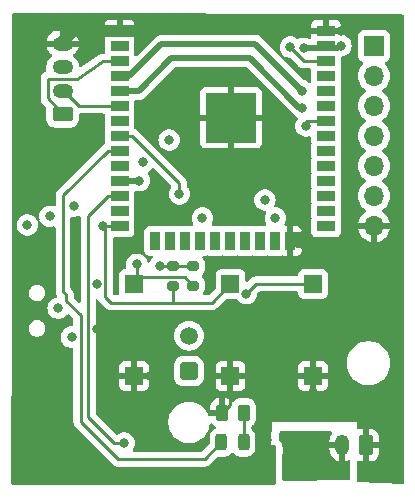
<source format=gbr>
%TF.GenerationSoftware,KiCad,Pcbnew,8.0.2-8.0.2-0~ubuntu22.04.1*%
%TF.CreationDate,2024-05-08T22:35:07+02:00*%
%TF.ProjectId,MailBox_LP_Notifier,4d61696c-426f-4785-9f4c-505f4e6f7469,rev?*%
%TF.SameCoordinates,Original*%
%TF.FileFunction,Copper,L4,Bot*%
%TF.FilePolarity,Positive*%
%FSLAX46Y46*%
G04 Gerber Fmt 4.6, Leading zero omitted, Abs format (unit mm)*
G04 Created by KiCad (PCBNEW 8.0.2-8.0.2-0~ubuntu22.04.1) date 2024-05-08 22:35:07*
%MOMM*%
%LPD*%
G01*
G04 APERTURE LIST*
G04 Aperture macros list*
%AMRoundRect*
0 Rectangle with rounded corners*
0 $1 Rounding radius*
0 $2 $3 $4 $5 $6 $7 $8 $9 X,Y pos of 4 corners*
0 Add a 4 corners polygon primitive as box body*
4,1,4,$2,$3,$4,$5,$6,$7,$8,$9,$2,$3,0*
0 Add four circle primitives for the rounded corners*
1,1,$1+$1,$2,$3*
1,1,$1+$1,$4,$5*
1,1,$1+$1,$6,$7*
1,1,$1+$1,$8,$9*
0 Add four rect primitives between the rounded corners*
20,1,$1+$1,$2,$3,$4,$5,0*
20,1,$1+$1,$4,$5,$6,$7,0*
20,1,$1+$1,$6,$7,$8,$9,0*
20,1,$1+$1,$8,$9,$2,$3,0*%
G04 Aperture macros list end*
%TA.AperFunction,ComponentPad*%
%ADD10RoundRect,0.250001X0.499999X0.499999X-0.499999X0.499999X-0.499999X-0.499999X0.499999X-0.499999X0*%
%TD*%
%TA.AperFunction,ComponentPad*%
%ADD11C,1.500000*%
%TD*%
%TA.AperFunction,ComponentPad*%
%ADD12R,1.700000X1.700000*%
%TD*%
%TA.AperFunction,ComponentPad*%
%ADD13O,1.700000X1.700000*%
%TD*%
%TA.AperFunction,ComponentPad*%
%ADD14RoundRect,0.250000X0.625000X-0.350000X0.625000X0.350000X-0.625000X0.350000X-0.625000X-0.350000X0*%
%TD*%
%TA.AperFunction,ComponentPad*%
%ADD15O,1.750000X1.200000*%
%TD*%
%TA.AperFunction,SMDPad,CuDef*%
%ADD16R,1.500000X1.500000*%
%TD*%
%TA.AperFunction,SMDPad,CuDef*%
%ADD17RoundRect,0.200000X-0.275000X0.200000X-0.275000X-0.200000X0.275000X-0.200000X0.275000X0.200000X0*%
%TD*%
%TA.AperFunction,SMDPad,CuDef*%
%ADD18R,1.500000X0.900000*%
%TD*%
%TA.AperFunction,SMDPad,CuDef*%
%ADD19R,0.900000X1.500000*%
%TD*%
%TA.AperFunction,SMDPad,CuDef*%
%ADD20R,1.050000X1.050000*%
%TD*%
%TA.AperFunction,HeatsinkPad*%
%ADD21C,0.600000*%
%TD*%
%TA.AperFunction,SMDPad,CuDef*%
%ADD22R,4.200000X4.200000*%
%TD*%
%TA.AperFunction,SMDPad,CuDef*%
%ADD23RoundRect,0.250000X-0.262500X-0.450000X0.262500X-0.450000X0.262500X0.450000X-0.262500X0.450000X0*%
%TD*%
%TA.AperFunction,ComponentPad*%
%ADD24RoundRect,0.250000X0.350000X0.625000X-0.350000X0.625000X-0.350000X-0.625000X0.350000X-0.625000X0*%
%TD*%
%TA.AperFunction,ComponentPad*%
%ADD25O,1.200000X1.750000*%
%TD*%
%TA.AperFunction,SMDPad,CuDef*%
%ADD26RoundRect,0.243750X0.243750X0.456250X-0.243750X0.456250X-0.243750X-0.456250X0.243750X-0.456250X0*%
%TD*%
%TA.AperFunction,ViaPad*%
%ADD27C,0.800000*%
%TD*%
%TA.AperFunction,Conductor*%
%ADD28C,0.500000*%
%TD*%
%TA.AperFunction,Conductor*%
%ADD29C,0.250000*%
%TD*%
%TA.AperFunction,Conductor*%
%ADD30C,1.000000*%
%TD*%
%TA.AperFunction,Conductor*%
%ADD31C,0.254000*%
%TD*%
G04 APERTURE END LIST*
D10*
%TO.P,SW1,1,1*%
%TO.N,Net-(D1-A)*%
X132765800Y-91871800D03*
D11*
%TO.P,SW1,2,2*%
%TO.N,VDD*%
X132765800Y-88871800D03*
%TD*%
D12*
%TO.P,J2,1,Pin_1*%
%TO.N,DRT*%
X148437200Y-64332800D03*
D13*
%TO.P,J2,2,Pin_2*%
%TO.N,RTS*%
X148437200Y-66872800D03*
%TO.P,J2,3,Pin_3*%
%TO.N,TX*%
X148437200Y-69412800D03*
%TO.P,J2,4,Pin_4*%
%TO.N,RX*%
X148437200Y-71952800D03*
%TO.P,J2,5,Pin_5*%
%TO.N,+3.3V*%
X148437200Y-74492800D03*
%TO.P,J2,6,Pin_6*%
%TO.N,unconnected-(J2-Pin_6-Pad6)*%
X148437200Y-77032800D03*
%TO.P,J2,7,Pin_7*%
%TO.N,GND*%
X148437200Y-79572800D03*
%TD*%
D14*
%TO.P,J3,1,Pin_1*%
%TO.N,SCL*%
X122058600Y-70132200D03*
D15*
%TO.P,J3,2,Pin_2*%
%TO.N,SDA*%
X122058600Y-68132200D03*
%TO.P,J3,3,Pin_3*%
%TO.N,+3.3V*%
X122058600Y-66132200D03*
%TO.P,J3,4,Pin_4*%
%TO.N,GND*%
X122058600Y-64132200D03*
%TD*%
D16*
%TO.P,SW4,1,1*%
%TO.N,GND*%
X136271000Y-92292000D03*
%TO.P,SW4,2,2*%
%TO.N,IO0*%
X136271000Y-84492000D03*
%TD*%
D17*
%TO.P,R12,1*%
%TO.N,+3.3V*%
X133121400Y-82969600D03*
%TO.P,R12,2*%
%TO.N,RST*%
X133121400Y-84619600D03*
%TD*%
D18*
%TO.P,U3,1,GND*%
%TO.N,GND*%
X144386000Y-63065400D03*
%TO.P,U3,2,VDD*%
%TO.N,+3.3V*%
X144386000Y-64335400D03*
%TO.P,U3,3,EN*%
%TO.N,RST*%
X144386000Y-65605400D03*
%TO.P,U3,4,SENSOR_VP*%
%TO.N,unconnected-(U3-SENSOR_VP-Pad4)*%
X144386000Y-66875400D03*
%TO.P,U3,5,SENSOR_VN*%
%TO.N,unconnected-(U3-SENSOR_VN-Pad5)*%
X144386000Y-68145400D03*
%TO.P,U3,6,IO34*%
%TO.N,unconnected-(U3-IO34-Pad6)*%
X144386000Y-69415400D03*
%TO.P,U3,7,IO35*%
%TO.N,V_SENSE*%
X144386000Y-70685400D03*
%TO.P,U3,8,IO32*%
%TO.N,unconnected-(U3-IO32-Pad8)*%
X144386000Y-71955400D03*
%TO.P,U3,9,IO33*%
%TO.N,unconnected-(U3-IO33-Pad9)*%
X144386000Y-73225400D03*
%TO.P,U3,10,IO25*%
%TO.N,unconnected-(U3-IO25-Pad10)*%
X144386000Y-74495400D03*
%TO.P,U3,11,IO26*%
%TO.N,unconnected-(U3-IO26-Pad11)*%
X144386000Y-75765400D03*
%TO.P,U3,12,IO27*%
%TO.N,unconnected-(U3-IO27-Pad12)*%
X144386000Y-77035400D03*
%TO.P,U3,13,IO14*%
%TO.N,unconnected-(U3-IO14-Pad13)*%
X144386000Y-78305400D03*
%TO.P,U3,14,IO12*%
%TO.N,unconnected-(U3-IO12-Pad14)*%
X144386000Y-79575400D03*
D19*
%TO.P,U3,15,GND*%
%TO.N,GND*%
X141346000Y-80825400D03*
%TO.P,U3,16,IO13*%
%TO.N,unconnected-(U3-IO13-Pad16)*%
X140076000Y-80825400D03*
%TO.P,U3,17,SHD/SD2*%
%TO.N,unconnected-(U3-SHD{slash}SD2-Pad17)*%
X138806000Y-80825400D03*
%TO.P,U3,18,SWP/SD3*%
%TO.N,unconnected-(U3-SWP{slash}SD3-Pad18)*%
X137536000Y-80825400D03*
%TO.P,U3,19,SCS/CMD*%
%TO.N,unconnected-(U3-SCS{slash}CMD-Pad19)*%
X136266000Y-80825400D03*
%TO.P,U3,20,SCK/CLK*%
%TO.N,unconnected-(U3-SCK{slash}CLK-Pad20)*%
X134996000Y-80825400D03*
%TO.P,U3,21,SDO/SD0*%
%TO.N,unconnected-(U3-SDO{slash}SD0-Pad21)*%
X133726000Y-80825400D03*
%TO.P,U3,22,SDI/SD1*%
%TO.N,unconnected-(U3-SDI{slash}SD1-Pad22)*%
X132456000Y-80825400D03*
%TO.P,U3,23,IO15*%
%TO.N,unconnected-(U3-IO15-Pad23)*%
X131186000Y-80825400D03*
%TO.P,U3,24,IO2*%
%TO.N,unconnected-(U3-IO2-Pad24)*%
X129916000Y-80825400D03*
D18*
%TO.P,U3,25,IO0*%
%TO.N,IO0*%
X126886000Y-79575400D03*
%TO.P,U3,26,IO4*%
%TO.N,unconnected-(U3-IO4-Pad26)*%
X126886000Y-78305400D03*
%TO.P,U3,27,IO16*%
%TO.N,C_REED*%
X126886000Y-77035400D03*
%TO.P,U3,28,IO17*%
%TO.N,MCU_HOLD*%
X126886000Y-75765400D03*
%TO.P,U3,29,IO5*%
%TO.N,unconnected-(U3-IO5-Pad29)*%
X126886000Y-74495400D03*
%TO.P,U3,30,IO18*%
%TO.N,L_IND*%
X126886000Y-73225400D03*
%TO.P,U3,31,IO19*%
%TO.N,WU_BUT*%
X126886000Y-71955400D03*
%TO.P,U3,32,NC*%
%TO.N,unconnected-(U3-NC-Pad32)*%
X126886000Y-70685400D03*
%TO.P,U3,33,IO21*%
%TO.N,SDA*%
X126886000Y-69415400D03*
%TO.P,U3,34,RXD0/IO3*%
%TO.N,RX*%
X126886000Y-68145400D03*
%TO.P,U3,35,TXD0/IO1*%
%TO.N,TX*%
X126886000Y-66875400D03*
%TO.P,U3,36,IO22*%
%TO.N,SCL*%
X126886000Y-65605400D03*
%TO.P,U3,37,IO23*%
%TO.N,unconnected-(U3-IO23-Pad37)*%
X126886000Y-64335400D03*
%TO.P,U3,38,GND*%
%TO.N,GND*%
X126886000Y-63065400D03*
D20*
%TO.P,U3,39,GND*%
X137841000Y-71930400D03*
D21*
X137841000Y-71167900D03*
D20*
X137841000Y-70405400D03*
D21*
X137841000Y-69642900D03*
D20*
X137841000Y-68880400D03*
D21*
X137078500Y-71930400D03*
X137078500Y-70405400D03*
X137078500Y-68880400D03*
D20*
X136316000Y-71930400D03*
D21*
X136316000Y-71167900D03*
D20*
X136316000Y-70405400D03*
D22*
X136316000Y-70405400D03*
D21*
X136316000Y-69642900D03*
D20*
X136316000Y-68880400D03*
D21*
X135553500Y-71930400D03*
X135553500Y-70405400D03*
X135553500Y-68880400D03*
D20*
X134791000Y-71930400D03*
D21*
X134791000Y-71167900D03*
D20*
X134791000Y-70405400D03*
D21*
X134791000Y-69642900D03*
D20*
X134791000Y-68880400D03*
%TD*%
D16*
%TO.P,SW3,1,1*%
%TO.N,GND*%
X143281400Y-92266600D03*
%TO.P,SW3,2,2*%
%TO.N,Net-(Q2-G)*%
X143281400Y-84466600D03*
%TD*%
D23*
%TO.P,R6,1*%
%TO.N,GND*%
X135587100Y-95377000D03*
%TO.P,R6,2*%
%TO.N,Net-(D3-K)*%
X137412100Y-95377000D03*
%TD*%
D17*
%TO.P,R8,1*%
%TO.N,+3.3V*%
X131394200Y-82969600D03*
%TO.P,R8,2*%
%TO.N,IO0*%
X131394200Y-84619600D03*
%TD*%
D24*
%TO.P,J1,1,Pin_1*%
%TO.N,GND*%
X147761200Y-98129000D03*
D25*
%TO.P,J1,2,Pin_2*%
%TO.N,VDD*%
X145761200Y-98129000D03*
%TD*%
D26*
%TO.P,D3,1,K*%
%TO.N,Net-(D3-K)*%
X137386300Y-97891600D03*
%TO.P,D3,2,A*%
%TO.N,L_IND*%
X135511300Y-97891600D03*
%TD*%
D16*
%TO.P,SW5,1,1*%
%TO.N,GND*%
X128117600Y-92292000D03*
%TO.P,SW5,2,2*%
%TO.N,RST*%
X128117600Y-84492000D03*
%TD*%
D27*
%TO.N,GND*%
X142468600Y-81153000D03*
X129336800Y-63068200D03*
X129489200Y-92303600D03*
X121818400Y-95580200D03*
X123126500Y-82334100D03*
X149199600Y-99542600D03*
X142468600Y-80314800D03*
X124333000Y-63060400D03*
X124981000Y-88302800D03*
X139340102Y-97667300D03*
X139725400Y-100228400D03*
X142050000Y-63000000D03*
X143306800Y-93624400D03*
X140880600Y-86144600D03*
X145643600Y-63068200D03*
X136271000Y-93878400D03*
X119100600Y-74472800D03*
X125433000Y-63060400D03*
X147751800Y-100025200D03*
X140156600Y-93498000D03*
%TO.N,VDD*%
X141325600Y-98221800D03*
X140081000Y-78917800D03*
X133908800Y-78917800D03*
X144373600Y-99542600D03*
X119075200Y-79502000D03*
X145770600Y-99999800D03*
X123012200Y-77901800D03*
X131089400Y-72288400D03*
%TO.N,V_SENSE*%
X142671800Y-71120000D03*
%TO.N,+3.3V*%
X124942600Y-84480400D03*
X122819600Y-88991000D03*
X142461490Y-64524985D03*
X145618200Y-64312800D03*
X130288800Y-82969600D03*
%TO.N,~{INT}*%
X120993200Y-78752400D03*
X128854200Y-74193400D03*
%TO.N,MCU_HOLD*%
X128574800Y-75742800D03*
%TO.N,TX*%
X142319988Y-68119012D03*
%TO.N,RX*%
X142367000Y-69545200D03*
%TO.N,IO0*%
X125526800Y-79603600D03*
%TO.N,RST*%
X141351000Y-64439800D03*
X128346200Y-82829400D03*
%TO.N,VCC_SW*%
X121691400Y-86537800D03*
X139192000Y-77368400D03*
%TO.N,C_REED*%
X127279400Y-97942400D03*
%TO.N,WU_BUT*%
X131955079Y-76858487D03*
%TO.N,Net-(Q2-G)*%
X137617878Y-85298033D03*
%TD*%
D28*
%TO.N,GND*%
X142468600Y-81153000D02*
X141933600Y-81153000D01*
D29*
X129489200Y-92303600D02*
X128129200Y-92303600D01*
X128129200Y-92303600D02*
X128117600Y-92292000D01*
D28*
X142050000Y-63000000D02*
X142110400Y-63060400D01*
D29*
X143332200Y-92317400D02*
X143281400Y-92266600D01*
D30*
X122963600Y-63060400D02*
X122047000Y-63977000D01*
X127136000Y-63060400D02*
X129319200Y-63060400D01*
D29*
X136271000Y-92292000D02*
X136271000Y-93878400D01*
X143306800Y-93624400D02*
X143332200Y-92317400D01*
X136271000Y-93878400D02*
X136271000Y-94693100D01*
D28*
X142468600Y-80314800D02*
X141606600Y-80314800D01*
X145635800Y-63060400D02*
X145643600Y-63068200D01*
D29*
X136271000Y-94693100D02*
X135587100Y-95377000D01*
D28*
X142110400Y-63060400D02*
X145635800Y-63060400D01*
D30*
X127136000Y-63060400D02*
X122963600Y-63060400D01*
D29*
%TO.N,V_SENSE*%
X142781200Y-70680400D02*
X144136000Y-70680400D01*
X142671800Y-70789800D02*
X142781200Y-70680400D01*
X142671800Y-71120000D02*
X142671800Y-70789800D01*
%TO.N,+3.3V*%
X133121400Y-82969600D02*
X131394200Y-82969600D01*
D28*
X145406015Y-64524985D02*
X145618200Y-64312800D01*
D29*
X131394200Y-82969600D02*
X130288800Y-82969600D01*
D28*
X142461490Y-64524985D02*
X145406015Y-64524985D01*
D29*
%TO.N,Net-(D3-K)*%
X137412100Y-97865800D02*
X137386300Y-97891600D01*
X137412100Y-95377000D02*
X137412100Y-97865800D01*
D28*
%TO.N,MCU_HOLD*%
X127153600Y-75742800D02*
X127136000Y-75760400D01*
X127162001Y-75734399D02*
X127136000Y-75760400D01*
X128574800Y-75742800D02*
X127153600Y-75742800D01*
%TO.N,TX*%
X138375976Y-64175000D02*
X142319988Y-68119012D01*
X130416400Y-64175000D02*
X138375976Y-64175000D01*
X127136000Y-66870400D02*
X127721000Y-66870400D01*
X127721000Y-66870400D02*
X130416400Y-64175000D01*
%TO.N,RX*%
X128509600Y-68140400D02*
X131275000Y-65375000D01*
X142120200Y-69545200D02*
X142367000Y-69545200D01*
X137950000Y-65375000D02*
X142120200Y-69545200D01*
X127136000Y-68140400D02*
X128509600Y-68140400D01*
X131275000Y-65375000D02*
X137950000Y-65375000D01*
D29*
%TO.N,SCL*%
X127102800Y-65633600D02*
X125501400Y-65633600D01*
X127136000Y-65600400D02*
X127102800Y-65633600D01*
X120827800Y-68757800D02*
X122047000Y-69977000D01*
X123291600Y-67106800D02*
X120827800Y-67106800D01*
X120827800Y-67106800D02*
X120827800Y-68757800D01*
X125501400Y-65633600D02*
X123291600Y-67106800D01*
%TO.N,SDA*%
X122047000Y-67977000D02*
X123480400Y-69410400D01*
X123480400Y-69410400D02*
X127136000Y-69410400D01*
%TO.N,IO0*%
X127102800Y-79603600D02*
X127136000Y-79570400D01*
X126161800Y-86055200D02*
X125653800Y-85547200D01*
X136271000Y-84492000D02*
X134707800Y-86055200D01*
D31*
X134707800Y-86055200D02*
X131445000Y-86055200D01*
D29*
X125526800Y-79603600D02*
X127102800Y-79603600D01*
X131445000Y-86055200D02*
X126161800Y-86055200D01*
X125653800Y-85547200D02*
X125667111Y-85533889D01*
X125667111Y-85533889D02*
X125667111Y-79743911D01*
X125667111Y-79743911D02*
X125526800Y-79603600D01*
X131394200Y-86004400D02*
X131445000Y-86055200D01*
X131394200Y-84619600D02*
X131394200Y-86004400D01*
%TO.N,RST*%
X132396880Y-83895080D02*
X128714520Y-83895080D01*
X133121400Y-84619600D02*
X132396880Y-83895080D01*
X128346200Y-84263400D02*
X128117600Y-84492000D01*
X128346200Y-82829400D02*
X128346200Y-84263400D01*
X128714520Y-83895080D02*
X128117600Y-84492000D01*
X142511600Y-65600400D02*
X141351000Y-64439800D01*
X144136000Y-65600400D02*
X142511600Y-65600400D01*
%TO.N,C_REED*%
X126415800Y-97942400D02*
X127279400Y-97942400D01*
X124218089Y-78698311D02*
X124218089Y-95744689D01*
X124218089Y-95744689D02*
X126415800Y-97942400D01*
X127136000Y-77030400D02*
X125886000Y-77030400D01*
X125886000Y-77030400D02*
X124218089Y-78698311D01*
%TO.N,L_IND*%
X122361452Y-85912452D02*
X123596400Y-87147400D01*
X134112000Y-99314000D02*
X135511300Y-97891600D01*
X123596400Y-96139718D02*
X126770682Y-99314000D01*
X122361452Y-85385148D02*
X122361452Y-85912452D01*
X127136000Y-73220400D02*
X125886000Y-73220400D01*
X126770682Y-99314000D02*
X134112000Y-99314000D01*
X122097800Y-76987400D02*
X122097800Y-85121496D01*
X122097800Y-85121496D02*
X122361452Y-85385148D01*
X123596400Y-87147400D02*
X123596400Y-96139718D01*
X125873911Y-73211289D02*
X122097800Y-76987400D01*
%TO.N,WU_BUT*%
X131955079Y-75940457D02*
X127965022Y-71950400D01*
X127965022Y-71950400D02*
X127136000Y-71950400D01*
X131955079Y-76858487D02*
X131955079Y-75940457D01*
D31*
%TO.N,Net-(Q2-G)*%
X137617878Y-85298033D02*
X138449311Y-84466600D01*
X138449311Y-84466600D02*
X143281400Y-84466600D01*
%TD*%
%TA.AperFunction,Conductor*%
%TO.N,VDD*%
G36*
X143739400Y-96951810D02*
G01*
X144791854Y-96964965D01*
X144859717Y-96985817D01*
X144905536Y-97040049D01*
X144914761Y-97110444D01*
X144892213Y-97165016D01*
X144813556Y-97273278D01*
X144734377Y-97428674D01*
X144734374Y-97428680D01*
X144680484Y-97594537D01*
X144653200Y-97766802D01*
X144653200Y-97875000D01*
X145484870Y-97875000D01*
X145461125Y-97898745D01*
X145411756Y-97984255D01*
X145386200Y-98079630D01*
X145386200Y-98178370D01*
X145411756Y-98273745D01*
X145461125Y-98359255D01*
X145484870Y-98383000D01*
X144653200Y-98383000D01*
X144653200Y-98491197D01*
X144680484Y-98663462D01*
X144734374Y-98829319D01*
X144734377Y-98829325D01*
X144813556Y-98984721D01*
X144916067Y-99125815D01*
X144916069Y-99125818D01*
X145039381Y-99249130D01*
X145039384Y-99249132D01*
X145180478Y-99351643D01*
X145335874Y-99430822D01*
X145335880Y-99430825D01*
X145501734Y-99484714D01*
X145507200Y-99485580D01*
X145507200Y-98405330D01*
X145530945Y-98429075D01*
X145616455Y-98478444D01*
X145711830Y-98504000D01*
X145810570Y-98504000D01*
X145905945Y-98478444D01*
X145991455Y-98429075D01*
X146015200Y-98405330D01*
X146015200Y-99485580D01*
X146020665Y-99484714D01*
X146186519Y-99430825D01*
X146186529Y-99430820D01*
X146228789Y-99409288D01*
X146298565Y-99396183D01*
X146364350Y-99422882D01*
X146405257Y-99480909D01*
X146411983Y-99519979D01*
X146429431Y-100915742D01*
X146410282Y-100984107D01*
X146357212Y-101031267D01*
X146305549Y-101043299D01*
X140798952Y-101135459D01*
X140730507Y-101116600D01*
X140683122Y-101063730D01*
X140670847Y-101008801D01*
X140674414Y-100347896D01*
X140679347Y-99434004D01*
X140685607Y-98274478D01*
X140685606Y-98274477D01*
X140685607Y-98274466D01*
X140674081Y-98163473D01*
X140662608Y-98110257D01*
X140627375Y-98004371D01*
X140548148Y-97881550D01*
X140529255Y-97859821D01*
X140501565Y-97827974D01*
X140445975Y-97779969D01*
X140407490Y-97720308D01*
X140402335Y-97683084D01*
X140409691Y-97076272D01*
X140430518Y-97008399D01*
X140484733Y-96962560D01*
X140535682Y-96951800D01*
X143737825Y-96951800D01*
X143739400Y-96951810D01*
G37*
%TD.AperFunction*%
%TD*%
%TA.AperFunction,Conductor*%
%TO.N,GND*%
G36*
X123542004Y-78741021D02*
G01*
X123579818Y-78801110D01*
X123584589Y-78835456D01*
X123584589Y-85935495D01*
X123564587Y-86003616D01*
X123510931Y-86050109D01*
X123440657Y-86060213D01*
X123376077Y-86030719D01*
X123369494Y-86024590D01*
X123031857Y-85686953D01*
X122997831Y-85624641D01*
X122994952Y-85597858D01*
X122994952Y-85322755D01*
X122994951Y-85322751D01*
X122992414Y-85309995D01*
X122970607Y-85200363D01*
X122922852Y-85085073D01*
X122853523Y-84981315D01*
X122768205Y-84895997D01*
X122734179Y-84833685D01*
X122731300Y-84806902D01*
X122731300Y-78926486D01*
X122751302Y-78858365D01*
X122804958Y-78811872D01*
X122875232Y-78801768D01*
X122883499Y-78803240D01*
X122916710Y-78810300D01*
X122916713Y-78810300D01*
X123107687Y-78810300D01*
X123294488Y-78770594D01*
X123407340Y-78720348D01*
X123477707Y-78710915D01*
X123542004Y-78741021D01*
G37*
%TD.AperFunction*%
%TA.AperFunction,Conductor*%
G36*
X150830168Y-61664355D02*
G01*
X150898213Y-61684601D01*
X150944512Y-61738424D01*
X150955711Y-61790284D01*
X150977488Y-101271419D01*
X150957524Y-101339550D01*
X150903894Y-101386073D01*
X150846526Y-101397390D01*
X147085438Y-101249169D01*
X147018158Y-101226500D01*
X146973814Y-101171055D01*
X146964400Y-101123267D01*
X146964400Y-99578966D01*
X146984402Y-99510845D01*
X147038058Y-99464352D01*
X147108332Y-99454248D01*
X147130033Y-99459362D01*
X147256869Y-99501392D01*
X147256881Y-99501394D01*
X147360683Y-99511999D01*
X147360683Y-99512000D01*
X147507200Y-99512000D01*
X147507200Y-98405330D01*
X147530945Y-98429075D01*
X147616455Y-98478444D01*
X147711830Y-98504000D01*
X147810570Y-98504000D01*
X147905945Y-98478444D01*
X147991455Y-98429075D01*
X148015200Y-98405330D01*
X148015200Y-99512000D01*
X148161717Y-99512000D01*
X148161716Y-99511999D01*
X148265518Y-99501394D01*
X148265521Y-99501393D01*
X148433725Y-99445657D01*
X148584539Y-99352634D01*
X148584545Y-99352629D01*
X148709829Y-99227345D01*
X148709834Y-99227339D01*
X148802857Y-99076525D01*
X148858593Y-98908321D01*
X148858594Y-98908318D01*
X148869199Y-98804516D01*
X148869200Y-98804516D01*
X148869200Y-98383000D01*
X148037530Y-98383000D01*
X148061275Y-98359255D01*
X148110644Y-98273745D01*
X148136200Y-98178370D01*
X148136200Y-98079630D01*
X148110644Y-97984255D01*
X148061275Y-97898745D01*
X148037530Y-97875000D01*
X148869200Y-97875000D01*
X148869200Y-97453483D01*
X148858594Y-97349681D01*
X148858593Y-97349678D01*
X148802857Y-97181474D01*
X148709834Y-97030660D01*
X148709829Y-97030654D01*
X148584545Y-96905370D01*
X148584539Y-96905365D01*
X148433725Y-96812342D01*
X148265521Y-96756606D01*
X148265518Y-96756605D01*
X148161716Y-96746000D01*
X148015200Y-96746000D01*
X148015200Y-97852670D01*
X147991455Y-97828925D01*
X147905945Y-97779556D01*
X147810570Y-97754000D01*
X147711830Y-97754000D01*
X147616455Y-97779556D01*
X147530945Y-97828925D01*
X147507200Y-97852670D01*
X147507200Y-96746000D01*
X147360683Y-96746000D01*
X147256881Y-96756605D01*
X147256877Y-96756606D01*
X147130033Y-96798638D01*
X147059078Y-96801078D01*
X146998068Y-96764770D01*
X146966373Y-96701241D01*
X146964400Y-96679033D01*
X146964400Y-96164400D01*
X143510000Y-96139000D01*
X143509983Y-96139000D01*
X143509968Y-96139000D01*
X139801600Y-96164400D01*
X139710421Y-97942400D01*
X139700000Y-98145600D01*
X140045905Y-98145014D01*
X140114057Y-98164901D01*
X140160641Y-98218478D01*
X140172114Y-98271694D01*
X140160921Y-100345124D01*
X140155554Y-101339550D01*
X140155510Y-101347680D01*
X140135141Y-101415692D01*
X140081235Y-101461894D01*
X140029512Y-101473000D01*
X117855139Y-101473000D01*
X117787018Y-101452998D01*
X117740525Y-101399342D01*
X117729139Y-101346861D01*
X117730803Y-99838992D01*
X117743672Y-88172004D01*
X119205500Y-88172004D01*
X119205500Y-88309995D01*
X119205926Y-88312135D01*
X119232420Y-88445328D01*
X119285225Y-88572811D01*
X119316385Y-88619445D01*
X119361885Y-88687541D01*
X119361890Y-88687547D01*
X119459452Y-88785109D01*
X119459458Y-88785114D01*
X119574189Y-88861775D01*
X119701672Y-88914580D01*
X119837007Y-88941500D01*
X119837008Y-88941500D01*
X119974992Y-88941500D01*
X119974993Y-88941500D01*
X120110328Y-88914580D01*
X120237811Y-88861775D01*
X120352542Y-88785114D01*
X120450114Y-88687542D01*
X120526775Y-88572811D01*
X120579580Y-88445328D01*
X120606500Y-88309993D01*
X120606500Y-88172007D01*
X120579580Y-88036672D01*
X120526775Y-87909189D01*
X120450114Y-87794458D01*
X120450109Y-87794452D01*
X120352547Y-87696890D01*
X120352541Y-87696885D01*
X120314471Y-87671447D01*
X120237811Y-87620225D01*
X120157421Y-87586926D01*
X120110331Y-87567421D01*
X120110328Y-87567420D01*
X119974995Y-87540500D01*
X119974993Y-87540500D01*
X119837007Y-87540500D01*
X119837004Y-87540500D01*
X119701671Y-87567420D01*
X119701668Y-87567421D01*
X119574189Y-87620225D01*
X119459458Y-87696885D01*
X119459452Y-87696890D01*
X119361890Y-87794452D01*
X119361885Y-87794458D01*
X119285225Y-87909189D01*
X119232421Y-88036668D01*
X119232420Y-88036671D01*
X119205500Y-88172004D01*
X117743672Y-88172004D01*
X117743910Y-87956500D01*
X117746982Y-85172004D01*
X119205500Y-85172004D01*
X119205500Y-85309995D01*
X119232420Y-85445328D01*
X119232421Y-85445331D01*
X119239658Y-85462802D01*
X119285225Y-85572811D01*
X119289936Y-85579861D01*
X119361885Y-85687541D01*
X119361890Y-85687547D01*
X119459452Y-85785109D01*
X119459458Y-85785114D01*
X119574189Y-85861775D01*
X119701672Y-85914580D01*
X119837007Y-85941500D01*
X119837008Y-85941500D01*
X119974992Y-85941500D01*
X119974993Y-85941500D01*
X120110328Y-85914580D01*
X120237811Y-85861775D01*
X120352542Y-85785114D01*
X120450114Y-85687542D01*
X120526775Y-85572811D01*
X120579580Y-85445328D01*
X120606500Y-85309993D01*
X120606500Y-85172007D01*
X120579580Y-85036672D01*
X120526775Y-84909189D01*
X120450114Y-84794458D01*
X120450109Y-84794452D01*
X120352547Y-84696890D01*
X120352541Y-84696885D01*
X120314471Y-84671447D01*
X120237811Y-84620225D01*
X120156292Y-84586459D01*
X120110331Y-84567421D01*
X120110328Y-84567420D01*
X119974995Y-84540500D01*
X119974993Y-84540500D01*
X119837007Y-84540500D01*
X119837004Y-84540500D01*
X119701671Y-84567420D01*
X119701668Y-84567421D01*
X119574189Y-84620225D01*
X119459458Y-84696885D01*
X119459452Y-84696890D01*
X119361890Y-84794452D01*
X119361885Y-84794458D01*
X119285225Y-84909189D01*
X119232421Y-85036668D01*
X119232420Y-85036671D01*
X119205500Y-85172004D01*
X117746982Y-85172004D01*
X117753237Y-79502000D01*
X118161696Y-79502000D01*
X118181657Y-79691927D01*
X118205658Y-79765793D01*
X118240673Y-79873556D01*
X118240676Y-79873561D01*
X118336158Y-80038941D01*
X118336165Y-80038951D01*
X118463944Y-80180864D01*
X118463947Y-80180866D01*
X118618448Y-80293118D01*
X118792912Y-80370794D01*
X118979713Y-80410500D01*
X119170687Y-80410500D01*
X119357488Y-80370794D01*
X119531952Y-80293118D01*
X119686453Y-80180866D01*
X119686455Y-80180864D01*
X119814234Y-80038951D01*
X119814235Y-80038949D01*
X119814240Y-80038944D01*
X119909727Y-79873556D01*
X119968742Y-79691928D01*
X119988704Y-79502000D01*
X119968742Y-79312072D01*
X119968742Y-79312070D01*
X119954925Y-79269548D01*
X119952896Y-79198581D01*
X119985480Y-79144541D01*
X119944595Y-79139851D01*
X119889633Y-79094909D01*
X119884523Y-79086789D01*
X119814241Y-78965058D01*
X119814234Y-78965048D01*
X119686455Y-78823135D01*
X119589097Y-78752400D01*
X120079696Y-78752400D01*
X120099657Y-78942327D01*
X120113475Y-78984852D01*
X120115503Y-79055820D01*
X120082917Y-79109857D01*
X120123803Y-79114548D01*
X120178765Y-79159488D01*
X120183876Y-79167609D01*
X120254160Y-79289344D01*
X120254162Y-79289347D01*
X120254165Y-79289351D01*
X120381944Y-79431264D01*
X120443199Y-79475768D01*
X120536448Y-79543518D01*
X120710912Y-79621194D01*
X120897713Y-79660900D01*
X121088687Y-79660900D01*
X121275488Y-79621194D01*
X121287049Y-79616046D01*
X121357414Y-79606610D01*
X121421712Y-79636714D01*
X121459527Y-79696802D01*
X121464300Y-79731152D01*
X121464300Y-85183892D01*
X121470577Y-85215448D01*
X121488645Y-85306281D01*
X121536400Y-85421571D01*
X121552274Y-85445328D01*
X121562044Y-85459950D01*
X121583259Y-85527703D01*
X121564476Y-85596170D01*
X121511658Y-85643613D01*
X121483477Y-85653198D01*
X121409115Y-85669004D01*
X121234647Y-85746682D01*
X121080144Y-85858935D01*
X120952365Y-86000848D01*
X120952358Y-86000858D01*
X120856876Y-86166238D01*
X120856873Y-86166245D01*
X120797857Y-86347872D01*
X120777896Y-86537800D01*
X120797857Y-86727727D01*
X120827926Y-86820270D01*
X120856873Y-86909356D01*
X120856876Y-86909361D01*
X120952358Y-87074741D01*
X120952365Y-87074751D01*
X121080144Y-87216664D01*
X121080147Y-87216666D01*
X121234648Y-87328918D01*
X121409112Y-87406594D01*
X121595913Y-87446300D01*
X121786887Y-87446300D01*
X121973688Y-87406594D01*
X122148152Y-87328918D01*
X122302653Y-87216666D01*
X122430434Y-87074751D01*
X122434859Y-87069837D01*
X122437123Y-87071875D01*
X122482683Y-87036538D01*
X122553401Y-87030262D01*
X122616287Y-87063216D01*
X122617824Y-87064728D01*
X122925995Y-87372899D01*
X122960021Y-87435211D01*
X122962900Y-87461994D01*
X122962900Y-87956500D01*
X122942898Y-88024621D01*
X122889242Y-88071114D01*
X122836900Y-88082500D01*
X122724113Y-88082500D01*
X122537311Y-88122206D01*
X122362847Y-88199882D01*
X122208344Y-88312135D01*
X122080565Y-88454048D01*
X122080558Y-88454058D01*
X121985076Y-88619438D01*
X121985073Y-88619444D01*
X121970599Y-88663986D01*
X121926057Y-88801072D01*
X121906096Y-88991000D01*
X121926057Y-89180927D01*
X121956126Y-89273470D01*
X121985073Y-89362556D01*
X121985076Y-89362561D01*
X122080558Y-89527941D01*
X122080565Y-89527951D01*
X122208344Y-89669864D01*
X122208347Y-89669866D01*
X122362848Y-89782118D01*
X122537312Y-89859794D01*
X122724113Y-89899500D01*
X122836900Y-89899500D01*
X122905021Y-89919502D01*
X122951514Y-89973158D01*
X122962900Y-90025500D01*
X122962900Y-96077324D01*
X122962900Y-96202112D01*
X122987245Y-96324503D01*
X123035000Y-96439793D01*
X123104329Y-96543551D01*
X123104331Y-96543553D01*
X126366843Y-99806067D01*
X126366848Y-99806071D01*
X126366849Y-99806072D01*
X126470607Y-99875401D01*
X126552129Y-99909168D01*
X126585897Y-99923155D01*
X126708288Y-99947500D01*
X126708289Y-99947500D01*
X126833076Y-99947500D01*
X134043703Y-99947500D01*
X134054598Y-99947990D01*
X134054790Y-99947988D01*
X134054794Y-99947989D01*
X134113379Y-99947509D01*
X134114070Y-99947504D01*
X134115100Y-99947500D01*
X134174590Y-99947500D01*
X134176432Y-99947303D01*
X134177507Y-99947192D01*
X134179391Y-99947006D01*
X134179574Y-99946968D01*
X134179578Y-99946968D01*
X134237845Y-99934880D01*
X134238375Y-99934772D01*
X134296785Y-99923155D01*
X134296786Y-99923154D01*
X134296984Y-99923115D01*
X134298787Y-99922552D01*
X134299791Y-99922243D01*
X134301581Y-99921699D01*
X134301760Y-99921622D01*
X134301765Y-99921622D01*
X134356544Y-99898404D01*
X134357090Y-99898174D01*
X134412075Y-99875400D01*
X134412079Y-99875396D01*
X134412258Y-99875323D01*
X134413967Y-99874392D01*
X134414924Y-99873875D01*
X134416508Y-99873028D01*
X134416656Y-99872926D01*
X134416661Y-99872925D01*
X134465860Y-99839464D01*
X134466562Y-99838992D01*
X134510144Y-99809872D01*
X134515833Y-99806071D01*
X134515833Y-99806070D01*
X134515993Y-99805964D01*
X134517471Y-99804731D01*
X134518275Y-99804066D01*
X134519710Y-99802888D01*
X134519844Y-99802751D01*
X134519848Y-99802749D01*
X134561584Y-99760322D01*
X134562068Y-99759834D01*
X134604071Y-99717833D01*
X134604073Y-99717829D01*
X134604207Y-99717696D01*
X134611489Y-99709593D01*
X135174062Y-99137733D01*
X135236090Y-99103202D01*
X135263871Y-99100099D01*
X135805174Y-99100099D01*
X135908204Y-99089574D01*
X136075129Y-99034261D01*
X136224798Y-98941944D01*
X136349144Y-98817598D01*
X136349148Y-98817590D01*
X136349962Y-98816563D01*
X136350708Y-98816034D01*
X136354334Y-98812409D01*
X136354953Y-98813028D01*
X136407902Y-98775533D01*
X136478827Y-98772341D01*
X136540218Y-98808001D01*
X136547638Y-98816563D01*
X136548461Y-98817604D01*
X136672795Y-98941938D01*
X136672801Y-98941943D01*
X136672802Y-98941944D01*
X136822471Y-99034261D01*
X136989396Y-99089574D01*
X137092425Y-99100100D01*
X137680174Y-99100099D01*
X137783204Y-99089574D01*
X137950129Y-99034261D01*
X138099798Y-98941944D01*
X138224144Y-98817598D01*
X138316461Y-98667929D01*
X138371774Y-98501004D01*
X138382300Y-98397975D01*
X138382299Y-97385226D01*
X138371774Y-97282196D01*
X138316461Y-97115271D01*
X138224144Y-96965602D01*
X138224143Y-96965601D01*
X138224138Y-96965595D01*
X138099804Y-96841261D01*
X138094043Y-96836706D01*
X138095991Y-96834242D01*
X138057944Y-96791893D01*
X138045600Y-96737503D01*
X138045600Y-96559669D01*
X138065602Y-96491548D01*
X138105454Y-96452428D01*
X138109585Y-96449879D01*
X138148252Y-96426030D01*
X138273630Y-96300652D01*
X138366715Y-96149738D01*
X138422487Y-95981426D01*
X138433100Y-95877545D01*
X138433099Y-94876456D01*
X138422487Y-94772574D01*
X138366715Y-94604262D01*
X138273630Y-94453348D01*
X138273629Y-94453347D01*
X138273624Y-94453341D01*
X138148258Y-94327975D01*
X138148252Y-94327970D01*
X137997338Y-94234885D01*
X137913182Y-94206999D01*
X137829027Y-94179113D01*
X137829020Y-94179112D01*
X137725153Y-94168500D01*
X137099055Y-94168500D01*
X136995174Y-94179112D01*
X136826861Y-94234885D01*
X136675947Y-94327970D01*
X136675941Y-94327975D01*
X136588341Y-94415576D01*
X136526029Y-94449602D01*
X136455214Y-94444537D01*
X136410151Y-94415576D01*
X136322945Y-94328370D01*
X136322939Y-94328365D01*
X136172125Y-94235342D01*
X136003921Y-94179606D01*
X136003918Y-94179605D01*
X135900116Y-94169000D01*
X135841100Y-94169000D01*
X135841100Y-95505000D01*
X135821098Y-95573121D01*
X135767442Y-95619614D01*
X135715100Y-95631000D01*
X134514409Y-95631000D01*
X134514409Y-95627709D01*
X134468932Y-95624441D01*
X134412112Y-95581874D01*
X134396599Y-95554622D01*
X134339144Y-95415912D01*
X134339138Y-95415903D01*
X134339137Y-95415899D01*
X134224413Y-95217191D01*
X134224408Y-95217184D01*
X134084726Y-95035147D01*
X134084707Y-95035126D01*
X133926064Y-94876483D01*
X134566600Y-94876483D01*
X134566600Y-95123000D01*
X135333100Y-95123000D01*
X135333100Y-94169000D01*
X135274083Y-94169000D01*
X135170281Y-94179605D01*
X135170278Y-94179606D01*
X135002074Y-94235342D01*
X134851260Y-94328365D01*
X134851254Y-94328370D01*
X134725970Y-94453654D01*
X134725965Y-94453660D01*
X134632942Y-94604474D01*
X134577206Y-94772678D01*
X134577205Y-94772681D01*
X134566600Y-94876483D01*
X133926064Y-94876483D01*
X133922473Y-94872892D01*
X133922452Y-94872873D01*
X133740415Y-94733191D01*
X133740408Y-94733186D01*
X133541700Y-94618462D01*
X133541692Y-94618458D01*
X133541688Y-94618456D01*
X133329687Y-94530642D01*
X133108038Y-94471252D01*
X133108031Y-94471250D01*
X132880536Y-94441300D01*
X132880534Y-94441300D01*
X132651066Y-94441300D01*
X132651063Y-94441300D01*
X132423568Y-94471250D01*
X132201913Y-94530642D01*
X132023668Y-94604474D01*
X131989910Y-94618457D01*
X131989899Y-94618462D01*
X131791191Y-94733186D01*
X131791184Y-94733191D01*
X131609147Y-94872873D01*
X131609126Y-94872892D01*
X131446892Y-95035126D01*
X131446873Y-95035147D01*
X131307191Y-95217184D01*
X131307186Y-95217191D01*
X131192462Y-95415899D01*
X131192457Y-95415910D01*
X131192456Y-95415912D01*
X131104642Y-95627913D01*
X131045250Y-95849568D01*
X131015300Y-96077063D01*
X131015300Y-96306536D01*
X131045250Y-96534031D01*
X131052120Y-96559669D01*
X131104642Y-96755687D01*
X131192456Y-96967688D01*
X131192457Y-96967689D01*
X131192462Y-96967700D01*
X131307186Y-97166408D01*
X131307191Y-97166415D01*
X131446873Y-97348452D01*
X131446892Y-97348473D01*
X131609126Y-97510707D01*
X131609147Y-97510726D01*
X131791184Y-97650408D01*
X131791191Y-97650413D01*
X131989899Y-97765137D01*
X131989903Y-97765138D01*
X131989912Y-97765144D01*
X132201913Y-97852958D01*
X132423562Y-97912348D01*
X132423566Y-97912348D01*
X132423568Y-97912349D01*
X132482198Y-97920067D01*
X132651066Y-97942300D01*
X132651073Y-97942300D01*
X132880527Y-97942300D01*
X132880534Y-97942300D01*
X133086145Y-97915230D01*
X133108031Y-97912349D01*
X133108031Y-97912348D01*
X133108038Y-97912348D01*
X133329687Y-97852958D01*
X133541688Y-97765144D01*
X133740412Y-97650411D01*
X133922461Y-97510719D01*
X134084719Y-97348461D01*
X134224411Y-97166412D01*
X134339144Y-96967688D01*
X134426958Y-96755687D01*
X134486348Y-96534038D01*
X134508062Y-96369101D01*
X134536784Y-96304176D01*
X134596049Y-96265084D01*
X134667041Y-96264239D01*
X134722079Y-96296454D01*
X134851254Y-96425629D01*
X134851263Y-96425636D01*
X134995881Y-96514837D01*
X135043360Y-96567623D01*
X135054763Y-96637697D01*
X135026471Y-96702813D01*
X134969371Y-96741682D01*
X134947471Y-96748939D01*
X134797801Y-96841256D01*
X134797795Y-96841261D01*
X134673461Y-96965595D01*
X134673456Y-96965601D01*
X134581139Y-97115270D01*
X134525825Y-97282200D01*
X134515300Y-97385216D01*
X134515300Y-97949123D01*
X134495298Y-98017244D01*
X134479122Y-98037486D01*
X134301070Y-98218478D01*
X133892199Y-98634100D01*
X133883578Y-98642863D01*
X133821546Y-98677397D01*
X133793756Y-98680500D01*
X128119580Y-98680500D01*
X128051459Y-98660498D01*
X128004966Y-98606842D01*
X127994862Y-98536568D01*
X128015648Y-98485357D01*
X128015138Y-98485063D01*
X128017260Y-98481386D01*
X128017646Y-98480437D01*
X128018433Y-98479351D01*
X128018440Y-98479344D01*
X128113927Y-98313956D01*
X128172942Y-98132328D01*
X128192904Y-97942400D01*
X128172942Y-97752472D01*
X128113927Y-97570844D01*
X128018440Y-97405456D01*
X128018438Y-97405454D01*
X128018434Y-97405448D01*
X127890655Y-97263535D01*
X127736152Y-97151282D01*
X127561688Y-97073606D01*
X127374887Y-97033900D01*
X127183913Y-97033900D01*
X126997111Y-97073606D01*
X126822647Y-97151282D01*
X126734758Y-97215138D01*
X126667890Y-97238997D01*
X126598739Y-97222916D01*
X126571602Y-97202297D01*
X124888494Y-95519189D01*
X124854468Y-95456877D01*
X124851589Y-95430094D01*
X124851589Y-93090597D01*
X126859600Y-93090597D01*
X126866105Y-93151093D01*
X126917155Y-93287964D01*
X126917155Y-93287965D01*
X127004695Y-93404904D01*
X127121634Y-93492444D01*
X127258506Y-93543494D01*
X127319002Y-93549999D01*
X127319015Y-93550000D01*
X127863600Y-93550000D01*
X128371600Y-93550000D01*
X128916185Y-93550000D01*
X128916197Y-93549999D01*
X128976693Y-93543494D01*
X129113564Y-93492444D01*
X129113565Y-93492444D01*
X129230504Y-93404904D01*
X129318044Y-93287965D01*
X129318044Y-93287964D01*
X129369094Y-93151093D01*
X129375599Y-93090597D01*
X129375600Y-93090585D01*
X129375600Y-92546000D01*
X128371600Y-92546000D01*
X128371600Y-93550000D01*
X127863600Y-93550000D01*
X127863600Y-92546000D01*
X126859600Y-92546000D01*
X126859600Y-93090597D01*
X124851589Y-93090597D01*
X124851589Y-92422352D01*
X131507299Y-92422352D01*
X131517912Y-92526221D01*
X131517912Y-92526223D01*
X131517913Y-92526225D01*
X131573685Y-92694538D01*
X131594287Y-92727938D01*
X131666770Y-92845451D01*
X131666775Y-92845457D01*
X131792142Y-92970824D01*
X131792148Y-92970829D01*
X131792149Y-92970830D01*
X131943062Y-93063915D01*
X132111375Y-93119687D01*
X132139706Y-93122581D01*
X132215248Y-93130300D01*
X132215256Y-93130300D01*
X133316352Y-93130300D01*
X133385598Y-93123224D01*
X133420225Y-93119687D01*
X133508015Y-93090597D01*
X135013000Y-93090597D01*
X135019505Y-93151093D01*
X135070555Y-93287964D01*
X135070555Y-93287965D01*
X135158095Y-93404904D01*
X135275034Y-93492444D01*
X135411906Y-93543494D01*
X135472402Y-93549999D01*
X135472415Y-93550000D01*
X136017000Y-93550000D01*
X136525000Y-93550000D01*
X137069585Y-93550000D01*
X137069597Y-93549999D01*
X137130093Y-93543494D01*
X137266964Y-93492444D01*
X137266965Y-93492444D01*
X137383904Y-93404904D01*
X137471444Y-93287965D01*
X137471444Y-93287964D01*
X137522494Y-93151093D01*
X137528999Y-93090597D01*
X137529000Y-93090585D01*
X137529000Y-93065197D01*
X142023400Y-93065197D01*
X142029905Y-93125693D01*
X142080955Y-93262564D01*
X142080955Y-93262565D01*
X142168495Y-93379504D01*
X142285434Y-93467044D01*
X142422306Y-93518094D01*
X142482802Y-93524599D01*
X142482815Y-93524600D01*
X143027400Y-93524600D01*
X143535400Y-93524600D01*
X144079985Y-93524600D01*
X144079997Y-93524599D01*
X144140493Y-93518094D01*
X144277364Y-93467044D01*
X144277365Y-93467044D01*
X144394304Y-93379504D01*
X144481844Y-93262565D01*
X144481844Y-93262564D01*
X144532894Y-93125693D01*
X144539399Y-93065197D01*
X144539400Y-93065185D01*
X144539400Y-92520600D01*
X143535400Y-92520600D01*
X143535400Y-93524600D01*
X143027400Y-93524600D01*
X143027400Y-92520600D01*
X142023400Y-92520600D01*
X142023400Y-93065197D01*
X137529000Y-93065197D01*
X137529000Y-92546000D01*
X136525000Y-92546000D01*
X136525000Y-93550000D01*
X136017000Y-93550000D01*
X136017000Y-92546000D01*
X135013000Y-92546000D01*
X135013000Y-93090597D01*
X133508015Y-93090597D01*
X133588538Y-93063915D01*
X133739451Y-92970830D01*
X133864830Y-92845451D01*
X133957915Y-92694538D01*
X134013687Y-92526225D01*
X134017224Y-92491598D01*
X134024300Y-92422352D01*
X134024300Y-91493402D01*
X135013000Y-91493402D01*
X135013000Y-92038000D01*
X136017000Y-92038000D01*
X136525000Y-92038000D01*
X137529000Y-92038000D01*
X137529000Y-91493414D01*
X137528999Y-91493402D01*
X137526268Y-91468002D01*
X142023400Y-91468002D01*
X142023400Y-92012600D01*
X143027400Y-92012600D01*
X143535400Y-92012600D01*
X144539400Y-92012600D01*
X144539400Y-91468014D01*
X144539399Y-91468002D01*
X144532894Y-91407506D01*
X144481844Y-91270635D01*
X144481844Y-91270634D01*
X144394304Y-91153695D01*
X144277365Y-91066155D01*
X144273488Y-91064709D01*
X146104500Y-91064709D01*
X146104500Y-91307290D01*
X146136160Y-91547782D01*
X146198944Y-91782095D01*
X146198945Y-91782097D01*
X146198946Y-91782100D01*
X146291776Y-92006212D01*
X146291777Y-92006213D01*
X146291782Y-92006224D01*
X146413061Y-92216285D01*
X146413063Y-92216288D01*
X146413064Y-92216289D01*
X146560735Y-92408738D01*
X146560739Y-92408742D01*
X146560744Y-92408748D01*
X146732251Y-92580255D01*
X146732256Y-92580259D01*
X146732262Y-92580265D01*
X146924711Y-92727936D01*
X146924714Y-92727938D01*
X147134775Y-92849217D01*
X147134779Y-92849218D01*
X147134788Y-92849224D01*
X147358900Y-92942054D01*
X147593211Y-93004838D01*
X147593215Y-93004838D01*
X147593217Y-93004839D01*
X147655202Y-93012999D01*
X147833712Y-93036500D01*
X147833719Y-93036500D01*
X148076281Y-93036500D01*
X148076288Y-93036500D01*
X148293637Y-93007885D01*
X148316782Y-93004839D01*
X148316782Y-93004838D01*
X148316789Y-93004838D01*
X148551100Y-92942054D01*
X148775212Y-92849224D01*
X148985289Y-92727936D01*
X149177738Y-92580265D01*
X149349265Y-92408738D01*
X149496936Y-92216289D01*
X149618224Y-92006212D01*
X149711054Y-91782100D01*
X149773838Y-91547789D01*
X149805500Y-91307288D01*
X149805500Y-91064712D01*
X149773838Y-90824211D01*
X149711054Y-90589900D01*
X149618224Y-90365788D01*
X149618218Y-90365779D01*
X149618217Y-90365775D01*
X149496938Y-90155714D01*
X149481125Y-90135106D01*
X149349265Y-89963262D01*
X149349259Y-89963256D01*
X149349255Y-89963251D01*
X149177748Y-89791744D01*
X149177742Y-89791739D01*
X149177738Y-89791735D01*
X148985289Y-89644064D01*
X148985288Y-89644063D01*
X148985285Y-89644061D01*
X148775224Y-89522782D01*
X148775216Y-89522778D01*
X148775212Y-89522776D01*
X148551100Y-89429946D01*
X148551097Y-89429945D01*
X148551095Y-89429944D01*
X148316782Y-89367160D01*
X148076290Y-89335500D01*
X148076288Y-89335500D01*
X147833712Y-89335500D01*
X147833709Y-89335500D01*
X147593217Y-89367160D01*
X147358904Y-89429944D01*
X147358900Y-89429946D01*
X147181446Y-89503450D01*
X147134786Y-89522777D01*
X147134775Y-89522782D01*
X146924714Y-89644061D01*
X146732262Y-89791735D01*
X146732251Y-89791744D01*
X146560744Y-89963251D01*
X146560735Y-89963262D01*
X146413061Y-90155714D01*
X146291782Y-90365775D01*
X146291777Y-90365786D01*
X146198946Y-90589900D01*
X146198944Y-90589904D01*
X146136160Y-90824217D01*
X146104500Y-91064709D01*
X144273488Y-91064709D01*
X144140493Y-91015105D01*
X144079997Y-91008600D01*
X143535400Y-91008600D01*
X143535400Y-92012600D01*
X143027400Y-92012600D01*
X143027400Y-91008600D01*
X142482802Y-91008600D01*
X142422306Y-91015105D01*
X142285435Y-91066155D01*
X142285434Y-91066155D01*
X142168495Y-91153695D01*
X142080955Y-91270634D01*
X142080955Y-91270635D01*
X142029905Y-91407506D01*
X142023400Y-91468002D01*
X137526268Y-91468002D01*
X137522494Y-91432906D01*
X137471444Y-91296035D01*
X137471444Y-91296034D01*
X137383904Y-91179095D01*
X137266965Y-91091555D01*
X137130093Y-91040505D01*
X137069597Y-91034000D01*
X136525000Y-91034000D01*
X136525000Y-92038000D01*
X136017000Y-92038000D01*
X136017000Y-91034000D01*
X135472402Y-91034000D01*
X135411906Y-91040505D01*
X135275035Y-91091555D01*
X135275034Y-91091555D01*
X135158095Y-91179095D01*
X135070555Y-91296034D01*
X135070555Y-91296035D01*
X135019505Y-91432906D01*
X135013000Y-91493402D01*
X134024300Y-91493402D01*
X134024300Y-91321247D01*
X134013687Y-91217378D01*
X134013687Y-91217375D01*
X133957915Y-91049062D01*
X133864830Y-90898149D01*
X133864829Y-90898148D01*
X133864824Y-90898142D01*
X133739457Y-90772775D01*
X133739451Y-90772770D01*
X133588538Y-90679685D01*
X133420225Y-90623913D01*
X133420223Y-90623912D01*
X133420221Y-90623912D01*
X133316352Y-90613300D01*
X133316344Y-90613300D01*
X132215256Y-90613300D01*
X132215248Y-90613300D01*
X132111378Y-90623912D01*
X131943062Y-90679685D01*
X131943060Y-90679686D01*
X131792148Y-90772770D01*
X131792142Y-90772775D01*
X131666775Y-90898142D01*
X131666770Y-90898148D01*
X131573686Y-91049060D01*
X131573685Y-91049062D01*
X131517912Y-91217378D01*
X131507300Y-91321247D01*
X131507300Y-92422352D01*
X131507299Y-92422352D01*
X124851589Y-92422352D01*
X124851589Y-91493402D01*
X126859600Y-91493402D01*
X126859600Y-92038000D01*
X127863600Y-92038000D01*
X128371600Y-92038000D01*
X129375600Y-92038000D01*
X129375600Y-91493414D01*
X129375599Y-91493402D01*
X129369094Y-91432906D01*
X129318044Y-91296035D01*
X129318044Y-91296034D01*
X129230504Y-91179095D01*
X129113565Y-91091555D01*
X128976693Y-91040505D01*
X128916197Y-91034000D01*
X128371600Y-91034000D01*
X128371600Y-92038000D01*
X127863600Y-92038000D01*
X127863600Y-91034000D01*
X127319002Y-91034000D01*
X127258506Y-91040505D01*
X127121635Y-91091555D01*
X127121634Y-91091555D01*
X127004695Y-91179095D01*
X126917155Y-91296034D01*
X126917155Y-91296035D01*
X126866105Y-91432906D01*
X126859600Y-91493402D01*
X124851589Y-91493402D01*
X124851589Y-88871800D01*
X131502493Y-88871800D01*
X131506235Y-88914578D01*
X131521685Y-89091170D01*
X131578679Y-89303873D01*
X131578681Y-89303879D01*
X131637466Y-89429944D01*
X131671744Y-89503454D01*
X131770199Y-89644061D01*
X131798051Y-89683838D01*
X131798054Y-89683842D01*
X131953757Y-89839545D01*
X131953761Y-89839548D01*
X131953762Y-89839549D01*
X132134146Y-89965856D01*
X132333724Y-90058920D01*
X132546429Y-90115915D01*
X132765800Y-90135107D01*
X132985171Y-90115915D01*
X133197876Y-90058920D01*
X133397454Y-89965856D01*
X133577838Y-89839549D01*
X133733549Y-89683838D01*
X133859856Y-89503454D01*
X133952920Y-89303876D01*
X134009915Y-89091171D01*
X134029107Y-88871800D01*
X134009915Y-88652429D01*
X133952920Y-88439724D01*
X133859856Y-88240147D01*
X133733549Y-88059762D01*
X133577838Y-87904051D01*
X133397454Y-87777744D01*
X133224061Y-87696890D01*
X133197879Y-87684681D01*
X133197873Y-87684679D01*
X133107978Y-87660591D01*
X132985171Y-87627685D01*
X132765800Y-87608493D01*
X132546429Y-87627685D01*
X132333726Y-87684679D01*
X132333720Y-87684681D01*
X132134146Y-87777744D01*
X131953765Y-87904048D01*
X131953759Y-87904053D01*
X131798053Y-88059759D01*
X131798048Y-88059765D01*
X131671744Y-88240146D01*
X131578681Y-88439720D01*
X131578679Y-88439726D01*
X131574839Y-88454058D01*
X131521685Y-88652429D01*
X131502493Y-88871800D01*
X124851589Y-88871800D01*
X124851589Y-85899350D01*
X124871591Y-85831229D01*
X124925247Y-85784736D01*
X124995521Y-85774632D01*
X125060101Y-85804126D01*
X125087888Y-85842665D01*
X125089481Y-85841814D01*
X125092399Y-85847274D01*
X125126594Y-85898450D01*
X125161729Y-85951033D01*
X125669729Y-86459033D01*
X125757967Y-86547271D01*
X125861725Y-86616600D01*
X125977015Y-86664355D01*
X126099406Y-86688700D01*
X131359943Y-86688700D01*
X131376224Y-86690304D01*
X131376245Y-86690093D01*
X131382408Y-86690699D01*
X131382409Y-86690700D01*
X131382410Y-86690700D01*
X134770390Y-86690700D01*
X134770391Y-86690700D01*
X134893169Y-86666278D01*
X135008822Y-86618373D01*
X135112908Y-86548825D01*
X135201425Y-86460308D01*
X135201427Y-86460303D01*
X135205350Y-86455525D01*
X135205513Y-86455659D01*
X135215893Y-86443009D01*
X135871500Y-85787404D01*
X135933812Y-85753379D01*
X135960595Y-85750500D01*
X136757319Y-85750500D01*
X136825440Y-85770502D01*
X136866438Y-85813499D01*
X136878838Y-85834977D01*
X136878843Y-85834984D01*
X137006622Y-85976897D01*
X137043398Y-86003616D01*
X137161126Y-86089151D01*
X137335590Y-86166827D01*
X137522391Y-86206533D01*
X137713365Y-86206533D01*
X137900166Y-86166827D01*
X138074630Y-86089151D01*
X138229131Y-85976899D01*
X138252421Y-85951033D01*
X138356912Y-85834984D01*
X138356913Y-85834982D01*
X138356918Y-85834977D01*
X138452405Y-85669589D01*
X138511420Y-85487961D01*
X138528453Y-85325899D01*
X138555465Y-85260245D01*
X138564656Y-85249986D01*
X138675640Y-85139004D01*
X138737953Y-85104979D01*
X138764735Y-85102100D01*
X141896900Y-85102100D01*
X141965021Y-85122102D01*
X142011514Y-85175758D01*
X142022900Y-85228100D01*
X142022900Y-85265249D01*
X142029409Y-85325796D01*
X142029411Y-85325804D01*
X142080510Y-85462802D01*
X142080512Y-85462807D01*
X142168138Y-85579861D01*
X142285192Y-85667487D01*
X142285194Y-85667488D01*
X142285196Y-85667489D01*
X142338957Y-85687541D01*
X142422195Y-85718588D01*
X142422203Y-85718590D01*
X142482750Y-85725099D01*
X142482755Y-85725099D01*
X142482762Y-85725100D01*
X142482768Y-85725100D01*
X144080032Y-85725100D01*
X144080038Y-85725100D01*
X144080045Y-85725099D01*
X144080049Y-85725099D01*
X144140596Y-85718590D01*
X144140599Y-85718589D01*
X144140601Y-85718589D01*
X144277604Y-85667489D01*
X144296695Y-85653198D01*
X144394661Y-85579861D01*
X144482287Y-85462807D01*
X144482287Y-85462806D01*
X144482289Y-85462804D01*
X144526360Y-85344645D01*
X144533388Y-85325804D01*
X144533390Y-85325796D01*
X144539899Y-85265249D01*
X144539900Y-85265232D01*
X144539900Y-83667967D01*
X144539899Y-83667950D01*
X144533390Y-83607403D01*
X144533388Y-83607395D01*
X144482289Y-83470397D01*
X144482287Y-83470392D01*
X144394661Y-83353338D01*
X144277607Y-83265712D01*
X144277602Y-83265710D01*
X144140604Y-83214611D01*
X144140596Y-83214609D01*
X144080049Y-83208100D01*
X144080038Y-83208100D01*
X142482762Y-83208100D01*
X142482750Y-83208100D01*
X142422203Y-83214609D01*
X142422195Y-83214611D01*
X142285197Y-83265710D01*
X142285192Y-83265712D01*
X142168138Y-83353338D01*
X142080512Y-83470392D01*
X142080510Y-83470397D01*
X142029411Y-83607395D01*
X142029409Y-83607403D01*
X142022900Y-83667950D01*
X142022900Y-83705100D01*
X142002898Y-83773221D01*
X141949242Y-83819714D01*
X141896900Y-83831100D01*
X138386717Y-83831100D01*
X138263941Y-83855522D01*
X138263936Y-83855524D01*
X138148288Y-83903427D01*
X138044207Y-83972972D01*
X138044200Y-83972977D01*
X137744595Y-84272583D01*
X137682283Y-84306609D01*
X137611468Y-84301544D01*
X137554632Y-84258997D01*
X137529821Y-84192477D01*
X137529500Y-84183488D01*
X137529500Y-83693367D01*
X137529499Y-83693350D01*
X137522990Y-83632803D01*
X137522988Y-83632795D01*
X137471889Y-83495797D01*
X137471887Y-83495792D01*
X137384261Y-83378738D01*
X137267207Y-83291112D01*
X137267202Y-83291110D01*
X137130204Y-83240011D01*
X137130196Y-83240009D01*
X137069649Y-83233500D01*
X137069638Y-83233500D01*
X135472362Y-83233500D01*
X135472350Y-83233500D01*
X135411803Y-83240009D01*
X135411795Y-83240011D01*
X135274797Y-83291110D01*
X135274792Y-83291112D01*
X135157738Y-83378738D01*
X135070112Y-83495792D01*
X135070110Y-83495797D01*
X135019011Y-83632795D01*
X135019009Y-83632803D01*
X135012500Y-83693350D01*
X135012500Y-84802404D01*
X134992498Y-84870525D01*
X134975596Y-84891499D01*
X134484301Y-85382795D01*
X134421988Y-85416820D01*
X134395205Y-85419700D01*
X134084929Y-85419700D01*
X134016808Y-85399698D01*
X133970315Y-85346042D01*
X133960211Y-85275768D01*
X133977101Y-85228515D01*
X133977352Y-85228100D01*
X134047227Y-85112513D01*
X134098413Y-84948249D01*
X134104900Y-84876865D01*
X134104899Y-84362336D01*
X134098413Y-84290951D01*
X134047227Y-84126687D01*
X133958216Y-83979445D01*
X133958215Y-83979444D01*
X133958211Y-83979439D01*
X133862467Y-83883695D01*
X133828441Y-83821383D01*
X133833506Y-83750568D01*
X133862467Y-83705505D01*
X133958211Y-83609760D01*
X133958216Y-83609755D01*
X134047227Y-83462513D01*
X134098413Y-83298249D01*
X134104900Y-83226865D01*
X134104899Y-82712336D01*
X134098413Y-82640951D01*
X134047227Y-82476687D01*
X133958216Y-82329445D01*
X133958215Y-82329444D01*
X133958211Y-82329439D01*
X133927767Y-82298995D01*
X133893741Y-82236683D01*
X133898806Y-82165868D01*
X133941353Y-82109032D01*
X134007873Y-82084221D01*
X134016862Y-82083900D01*
X134224632Y-82083900D01*
X134224638Y-82083900D01*
X134224645Y-82083899D01*
X134224649Y-82083899D01*
X134285196Y-82077390D01*
X134285197Y-82077389D01*
X134285201Y-82077389D01*
X134316966Y-82065540D01*
X134387779Y-82060474D01*
X134405025Y-82065537D01*
X134436799Y-82077389D01*
X134436801Y-82077389D01*
X134436803Y-82077390D01*
X134497350Y-82083899D01*
X134497355Y-82083899D01*
X134497362Y-82083900D01*
X134497368Y-82083900D01*
X135494632Y-82083900D01*
X135494638Y-82083900D01*
X135494645Y-82083899D01*
X135494649Y-82083899D01*
X135555196Y-82077390D01*
X135555197Y-82077389D01*
X135555201Y-82077389D01*
X135586966Y-82065540D01*
X135657779Y-82060474D01*
X135675025Y-82065537D01*
X135706799Y-82077389D01*
X135706801Y-82077389D01*
X135706803Y-82077390D01*
X135767350Y-82083899D01*
X135767355Y-82083899D01*
X135767362Y-82083900D01*
X135767368Y-82083900D01*
X136764632Y-82083900D01*
X136764638Y-82083900D01*
X136764645Y-82083899D01*
X136764649Y-82083899D01*
X136825196Y-82077390D01*
X136825197Y-82077389D01*
X136825201Y-82077389D01*
X136856966Y-82065540D01*
X136927779Y-82060474D01*
X136945025Y-82065537D01*
X136976799Y-82077389D01*
X136976801Y-82077389D01*
X136976803Y-82077390D01*
X137037350Y-82083899D01*
X137037355Y-82083899D01*
X137037362Y-82083900D01*
X137037368Y-82083900D01*
X138034632Y-82083900D01*
X138034638Y-82083900D01*
X138034645Y-82083899D01*
X138034649Y-82083899D01*
X138095196Y-82077390D01*
X138095197Y-82077389D01*
X138095201Y-82077389D01*
X138126966Y-82065540D01*
X138197779Y-82060474D01*
X138215025Y-82065537D01*
X138246799Y-82077389D01*
X138246801Y-82077389D01*
X138246803Y-82077390D01*
X138307350Y-82083899D01*
X138307355Y-82083899D01*
X138307362Y-82083900D01*
X138307368Y-82083900D01*
X139304632Y-82083900D01*
X139304638Y-82083900D01*
X139304645Y-82083899D01*
X139304649Y-82083899D01*
X139365196Y-82077390D01*
X139365197Y-82077389D01*
X139365201Y-82077389D01*
X139396966Y-82065540D01*
X139467779Y-82060474D01*
X139485025Y-82065537D01*
X139516799Y-82077389D01*
X139516801Y-82077389D01*
X139516803Y-82077390D01*
X139577350Y-82083899D01*
X139577355Y-82083899D01*
X139577362Y-82083900D01*
X139577368Y-82083900D01*
X140574632Y-82083900D01*
X140574638Y-82083900D01*
X140574645Y-82083899D01*
X140574649Y-82083899D01*
X140635196Y-82077390D01*
X140635196Y-82077389D01*
X140635201Y-82077389D01*
X140667683Y-82065273D01*
X140738494Y-82060208D01*
X140755746Y-82065273D01*
X140786902Y-82076893D01*
X140786906Y-82076894D01*
X140847402Y-82083399D01*
X140847415Y-82083400D01*
X141092000Y-82083400D01*
X141600000Y-82083400D01*
X141844585Y-82083400D01*
X141844597Y-82083399D01*
X141905093Y-82076894D01*
X142041964Y-82025844D01*
X142041965Y-82025844D01*
X142158904Y-81938304D01*
X142246444Y-81821365D01*
X142246444Y-81821364D01*
X142297494Y-81684493D01*
X142303999Y-81623997D01*
X142304000Y-81623985D01*
X142304000Y-81079400D01*
X141600000Y-81079400D01*
X141600000Y-82083400D01*
X141092000Y-82083400D01*
X141092000Y-80571400D01*
X141600000Y-80571400D01*
X142304000Y-80571400D01*
X142304000Y-80026814D01*
X142303999Y-80026802D01*
X142297494Y-79966306D01*
X142246444Y-79829435D01*
X142246444Y-79829434D01*
X142158904Y-79712495D01*
X142041965Y-79624955D01*
X141905093Y-79573905D01*
X141844597Y-79567400D01*
X141600000Y-79567400D01*
X141600000Y-80571400D01*
X141092000Y-80571400D01*
X141092000Y-79567400D01*
X140973236Y-79567400D01*
X140905115Y-79547398D01*
X140858622Y-79493742D01*
X140848518Y-79423468D01*
X140864117Y-79378400D01*
X140898527Y-79318800D01*
X140915527Y-79289356D01*
X140974542Y-79107728D01*
X140994504Y-78917800D01*
X140974542Y-78727872D01*
X140915527Y-78546244D01*
X140820040Y-78380856D01*
X140820038Y-78380854D01*
X140820034Y-78380848D01*
X140692255Y-78238935D01*
X140537752Y-78126682D01*
X140363288Y-78049006D01*
X140176487Y-78009300D01*
X140089259Y-78009300D01*
X140021138Y-77989298D01*
X139974645Y-77935642D01*
X139964541Y-77865368D01*
X139980140Y-77820300D01*
X139983940Y-77813718D01*
X140026527Y-77739956D01*
X140085542Y-77558328D01*
X140105504Y-77368400D01*
X140085542Y-77178472D01*
X140026527Y-76996844D01*
X139931040Y-76831456D01*
X139931038Y-76831454D01*
X139931034Y-76831448D01*
X139803255Y-76689535D01*
X139648752Y-76577282D01*
X139474288Y-76499606D01*
X139287487Y-76459900D01*
X139096513Y-76459900D01*
X138909711Y-76499606D01*
X138735247Y-76577282D01*
X138580744Y-76689535D01*
X138452965Y-76831448D01*
X138452958Y-76831458D01*
X138357476Y-76996838D01*
X138357473Y-76996845D01*
X138298457Y-77178472D01*
X138278496Y-77368400D01*
X138298457Y-77558327D01*
X138320564Y-77626364D01*
X138357473Y-77739956D01*
X138361079Y-77746201D01*
X138452958Y-77905341D01*
X138452965Y-77905351D01*
X138580744Y-78047264D01*
X138580747Y-78047266D01*
X138735248Y-78159518D01*
X138909712Y-78237194D01*
X139096513Y-78276900D01*
X139183741Y-78276900D01*
X139251862Y-78296902D01*
X139298355Y-78350558D01*
X139308459Y-78420832D01*
X139292860Y-78465900D01*
X139246476Y-78546238D01*
X139246473Y-78546245D01*
X139187457Y-78727872D01*
X139167496Y-78917800D01*
X139187457Y-79107727D01*
X139208569Y-79172701D01*
X139246473Y-79289356D01*
X139246476Y-79289361D01*
X139297594Y-79377900D01*
X139314332Y-79446895D01*
X139291112Y-79513987D01*
X139235305Y-79557874D01*
X139188475Y-79566900D01*
X138307350Y-79566900D01*
X138246804Y-79573409D01*
X138246801Y-79573410D01*
X138215030Y-79585260D01*
X138144214Y-79590323D01*
X138126970Y-79585260D01*
X138095198Y-79573410D01*
X138095195Y-79573409D01*
X138034649Y-79566900D01*
X138034638Y-79566900D01*
X137037362Y-79566900D01*
X137037350Y-79566900D01*
X136976804Y-79573409D01*
X136976801Y-79573410D01*
X136945030Y-79585260D01*
X136874214Y-79590323D01*
X136856970Y-79585260D01*
X136825198Y-79573410D01*
X136825195Y-79573409D01*
X136764649Y-79566900D01*
X136764638Y-79566900D01*
X135767362Y-79566900D01*
X135767350Y-79566900D01*
X135706804Y-79573409D01*
X135706801Y-79573410D01*
X135675030Y-79585260D01*
X135604214Y-79590323D01*
X135586970Y-79585260D01*
X135555198Y-79573410D01*
X135555195Y-79573409D01*
X135494649Y-79566900D01*
X135494638Y-79566900D01*
X134801325Y-79566900D01*
X134733204Y-79546898D01*
X134686711Y-79493242D01*
X134676607Y-79422968D01*
X134692206Y-79377900D01*
X134726327Y-79318800D01*
X134743327Y-79289356D01*
X134802342Y-79107728D01*
X134822304Y-78917800D01*
X134802342Y-78727872D01*
X134743327Y-78546244D01*
X134647840Y-78380856D01*
X134647838Y-78380854D01*
X134647834Y-78380848D01*
X134520055Y-78238935D01*
X134365552Y-78126682D01*
X134191088Y-78049006D01*
X134004287Y-78009300D01*
X133813313Y-78009300D01*
X133626511Y-78049006D01*
X133452047Y-78126682D01*
X133297544Y-78238935D01*
X133169765Y-78380848D01*
X133169758Y-78380858D01*
X133074276Y-78546238D01*
X133074273Y-78546245D01*
X133015257Y-78727872D01*
X132995296Y-78917800D01*
X133015257Y-79107727D01*
X133036369Y-79172701D01*
X133074273Y-79289356D01*
X133074276Y-79289361D01*
X133129025Y-79384190D01*
X133145763Y-79453186D01*
X133122542Y-79520277D01*
X133066735Y-79564164D01*
X133006439Y-79572468D01*
X132954652Y-79566901D01*
X132954643Y-79566900D01*
X132954638Y-79566900D01*
X131957362Y-79566900D01*
X131957350Y-79566900D01*
X131896804Y-79573409D01*
X131896801Y-79573410D01*
X131865030Y-79585260D01*
X131794214Y-79590323D01*
X131776970Y-79585260D01*
X131745198Y-79573410D01*
X131745195Y-79573409D01*
X131684649Y-79566900D01*
X131684638Y-79566900D01*
X130687362Y-79566900D01*
X130687350Y-79566900D01*
X130626804Y-79573409D01*
X130626801Y-79573410D01*
X130595030Y-79585260D01*
X130524214Y-79590323D01*
X130506970Y-79585260D01*
X130475198Y-79573410D01*
X130475195Y-79573409D01*
X130414649Y-79566900D01*
X130414638Y-79566900D01*
X129417362Y-79566900D01*
X129417350Y-79566900D01*
X129356803Y-79573409D01*
X129356795Y-79573411D01*
X129219797Y-79624510D01*
X129219792Y-79624512D01*
X129102738Y-79712138D01*
X129015112Y-79829192D01*
X129015110Y-79829197D01*
X128964011Y-79966195D01*
X128964009Y-79966203D01*
X128957500Y-80026750D01*
X128957500Y-81624049D01*
X128964009Y-81684596D01*
X128964011Y-81684604D01*
X129015110Y-81821602D01*
X129015112Y-81821607D01*
X129102738Y-81938661D01*
X129219792Y-82026287D01*
X129219794Y-82026288D01*
X129219796Y-82026289D01*
X129278875Y-82048324D01*
X129356795Y-82077388D01*
X129356803Y-82077390D01*
X129417350Y-82083899D01*
X129417355Y-82083899D01*
X129417362Y-82083900D01*
X129580780Y-82083900D01*
X129648901Y-82103902D01*
X129695394Y-82157558D01*
X129705498Y-82227832D01*
X129676004Y-82292412D01*
X129674416Y-82294210D01*
X129549765Y-82432648D01*
X129549758Y-82432658D01*
X129450971Y-82603763D01*
X129448888Y-82602560D01*
X129409986Y-82648320D01*
X129342057Y-82668962D01*
X129273750Y-82649603D01*
X129226754Y-82596387D01*
X129221037Y-82581905D01*
X129180727Y-82457844D01*
X129085240Y-82292456D01*
X129085238Y-82292454D01*
X129085234Y-82292448D01*
X128957455Y-82150535D01*
X128802952Y-82038282D01*
X128628488Y-81960606D01*
X128441687Y-81920900D01*
X128250713Y-81920900D01*
X128063911Y-81960606D01*
X127889447Y-82038282D01*
X127734944Y-82150535D01*
X127607165Y-82292448D01*
X127607158Y-82292458D01*
X127526215Y-82432656D01*
X127511673Y-82457844D01*
X127505550Y-82476688D01*
X127452657Y-82639472D01*
X127432696Y-82829400D01*
X127452657Y-83019329D01*
X127468655Y-83068564D01*
X127470682Y-83139532D01*
X127434020Y-83200330D01*
X127370307Y-83231655D01*
X127348822Y-83233500D01*
X127318950Y-83233500D01*
X127258403Y-83240009D01*
X127258395Y-83240011D01*
X127121397Y-83291110D01*
X127121392Y-83291112D01*
X127004338Y-83378738D01*
X126916712Y-83495792D01*
X126916710Y-83495797D01*
X126865611Y-83632795D01*
X126865609Y-83632803D01*
X126859100Y-83693350D01*
X126859100Y-85294012D01*
X126857823Y-85294012D01*
X126842664Y-85358081D01*
X126791560Y-85407364D01*
X126733190Y-85421700D01*
X126476394Y-85421700D01*
X126408273Y-85401698D01*
X126387299Y-85384795D01*
X126337516Y-85335012D01*
X126303490Y-85272700D01*
X126300611Y-85245917D01*
X126300611Y-80659900D01*
X126320613Y-80591779D01*
X126374269Y-80545286D01*
X126426611Y-80533900D01*
X127684632Y-80533900D01*
X127684638Y-80533900D01*
X127684645Y-80533899D01*
X127684649Y-80533899D01*
X127745196Y-80527390D01*
X127745199Y-80527389D01*
X127745201Y-80527389D01*
X127882204Y-80476289D01*
X127999261Y-80388661D01*
X128086889Y-80271604D01*
X128137989Y-80134601D01*
X128144500Y-80074038D01*
X128144500Y-79076762D01*
X128137990Y-79016204D01*
X128137990Y-79016203D01*
X128137989Y-79016201D01*
X128137989Y-79016199D01*
X128126140Y-78984433D01*
X128121074Y-78913621D01*
X128126137Y-78896374D01*
X128137989Y-78864601D01*
X128138660Y-78858365D01*
X128144499Y-78804049D01*
X128144500Y-78804032D01*
X128144500Y-77806767D01*
X128144499Y-77806750D01*
X128137990Y-77746203D01*
X128137989Y-77746201D01*
X128137989Y-77746199D01*
X128126140Y-77714433D01*
X128121074Y-77643621D01*
X128126137Y-77626374D01*
X128137989Y-77594601D01*
X128144500Y-77534038D01*
X128144500Y-76735730D01*
X128164502Y-76667609D01*
X128218158Y-76621116D01*
X128288432Y-76611012D01*
X128296697Y-76612484D01*
X128479308Y-76651300D01*
X128479313Y-76651300D01*
X128670287Y-76651300D01*
X128857088Y-76611594D01*
X129031552Y-76533918D01*
X129186053Y-76421666D01*
X129212863Y-76391891D01*
X129313834Y-76279751D01*
X129313835Y-76279749D01*
X129313840Y-76279744D01*
X129409327Y-76114356D01*
X129468342Y-75932728D01*
X129488304Y-75742800D01*
X129468342Y-75552872D01*
X129409327Y-75371244D01*
X129313840Y-75205856D01*
X129285838Y-75174757D01*
X129255122Y-75110750D01*
X129263886Y-75040296D01*
X129306328Y-74989387D01*
X129305610Y-74988399D01*
X129310952Y-74984518D01*
X129465453Y-74872266D01*
X129465455Y-74872264D01*
X129593236Y-74730349D01*
X129593237Y-74730346D01*
X129593240Y-74730344D01*
X129604773Y-74710367D01*
X129656153Y-74661374D01*
X129725866Y-74647935D01*
X129791778Y-74674320D01*
X129802988Y-74684270D01*
X131237725Y-76119007D01*
X131271751Y-76181319D01*
X131266686Y-76252134D01*
X131242269Y-76292409D01*
X131216038Y-76321542D01*
X131216037Y-76321544D01*
X131126745Y-76476204D01*
X131120552Y-76486931D01*
X131116434Y-76499606D01*
X131061536Y-76668559D01*
X131041575Y-76858487D01*
X131061536Y-77048414D01*
X131081769Y-77110682D01*
X131120552Y-77230043D01*
X131120555Y-77230048D01*
X131216037Y-77395428D01*
X131216044Y-77395438D01*
X131343823Y-77537351D01*
X131343826Y-77537353D01*
X131498327Y-77649605D01*
X131672791Y-77727281D01*
X131859592Y-77766987D01*
X132050566Y-77766987D01*
X132237367Y-77727281D01*
X132411831Y-77649605D01*
X132566332Y-77537353D01*
X132572733Y-77530244D01*
X132694113Y-77395438D01*
X132694114Y-77395436D01*
X132694119Y-77395431D01*
X132789606Y-77230043D01*
X132848621Y-77048415D01*
X132868583Y-76858487D01*
X132848621Y-76668559D01*
X132789606Y-76486931D01*
X132724186Y-76373621D01*
X132694121Y-76321546D01*
X132694120Y-76321545D01*
X132694119Y-76321543D01*
X132620942Y-76240271D01*
X132590225Y-76176263D01*
X132588579Y-76155961D01*
X132588579Y-75878064D01*
X132588578Y-75878060D01*
X132587694Y-75873614D01*
X132564234Y-75755672D01*
X132545878Y-75711356D01*
X132516480Y-75640382D01*
X132447151Y-75536624D01*
X132447146Y-75536618D01*
X129198926Y-72288400D01*
X130175896Y-72288400D01*
X130195857Y-72478327D01*
X130223572Y-72563621D01*
X130254873Y-72659956D01*
X130258479Y-72666201D01*
X130350358Y-72825341D01*
X130350365Y-72825351D01*
X130478144Y-72967264D01*
X130478147Y-72967266D01*
X130632648Y-73079518D01*
X130807112Y-73157194D01*
X130993913Y-73196900D01*
X131184887Y-73196900D01*
X131371688Y-73157194D01*
X131546152Y-73079518D01*
X131700653Y-72967266D01*
X131700655Y-72967264D01*
X131828434Y-72825351D01*
X131828435Y-72825349D01*
X131828440Y-72825344D01*
X131923927Y-72659956D01*
X131958355Y-72553997D01*
X133708000Y-72553997D01*
X133714505Y-72614493D01*
X133765555Y-72751364D01*
X133765555Y-72751365D01*
X133853095Y-72868304D01*
X133970034Y-72955844D01*
X134106906Y-73006894D01*
X134167402Y-73013399D01*
X134167415Y-73013400D01*
X136062000Y-73013400D01*
X136062000Y-72184400D01*
X136570000Y-72184400D01*
X136570000Y-73013400D01*
X138464585Y-73013400D01*
X138464597Y-73013399D01*
X138525093Y-73006894D01*
X138661964Y-72955844D01*
X138661965Y-72955844D01*
X138778904Y-72868304D01*
X138866444Y-72751365D01*
X138866444Y-72751364D01*
X138917494Y-72614493D01*
X138923999Y-72553997D01*
X138924000Y-72553985D01*
X138924000Y-70659400D01*
X138095000Y-70659400D01*
X138095000Y-71062691D01*
X138111114Y-71078805D01*
X138145140Y-71141117D01*
X138140075Y-71211932D01*
X138111114Y-71256995D01*
X138095000Y-71273108D01*
X138095000Y-72058400D01*
X138074998Y-72126521D01*
X138021342Y-72173014D01*
X137969000Y-72184400D01*
X137183708Y-72184400D01*
X137167595Y-72200514D01*
X137105283Y-72234540D01*
X137034468Y-72229475D01*
X136989405Y-72200514D01*
X136973291Y-72184400D01*
X136570000Y-72184400D01*
X136062000Y-72184400D01*
X135658708Y-72184400D01*
X135642595Y-72200514D01*
X135580283Y-72234540D01*
X135509468Y-72229475D01*
X135464405Y-72200514D01*
X135448291Y-72184400D01*
X134663000Y-72184400D01*
X134594879Y-72164398D01*
X134548386Y-72110742D01*
X134537000Y-72058400D01*
X134537000Y-71910509D01*
X135453500Y-71910509D01*
X135453500Y-71950291D01*
X135468724Y-71987045D01*
X135496855Y-72015176D01*
X135533609Y-72030400D01*
X135573391Y-72030400D01*
X135610145Y-72015176D01*
X135638276Y-71987045D01*
X135653500Y-71950291D01*
X135653500Y-71910509D01*
X136978500Y-71910509D01*
X136978500Y-71950291D01*
X136993724Y-71987045D01*
X137021855Y-72015176D01*
X137058609Y-72030400D01*
X137098391Y-72030400D01*
X137135145Y-72015176D01*
X137163276Y-71987045D01*
X137178500Y-71950291D01*
X137178500Y-71910509D01*
X137163276Y-71873755D01*
X137135145Y-71845624D01*
X137098391Y-71830400D01*
X137058609Y-71830400D01*
X137021855Y-71845624D01*
X136993724Y-71873755D01*
X136978500Y-71910509D01*
X135653500Y-71910509D01*
X135638276Y-71873755D01*
X135610145Y-71845624D01*
X135573391Y-71830400D01*
X135533609Y-71830400D01*
X135496855Y-71845624D01*
X135468724Y-71873755D01*
X135453500Y-71910509D01*
X134537000Y-71910509D01*
X134537000Y-71273110D01*
X134520886Y-71256997D01*
X134486860Y-71194685D01*
X134490198Y-71148009D01*
X134691000Y-71148009D01*
X134691000Y-71187791D01*
X134706224Y-71224545D01*
X134734355Y-71252676D01*
X134771109Y-71267900D01*
X134810891Y-71267900D01*
X134847645Y-71252676D01*
X134875776Y-71224545D01*
X134891000Y-71187791D01*
X134891000Y-71167899D01*
X135150210Y-71167899D01*
X135150210Y-71167901D01*
X135553499Y-71571190D01*
X135553501Y-71571190D01*
X135956790Y-71167901D01*
X135956790Y-71167899D01*
X135936900Y-71148009D01*
X136216000Y-71148009D01*
X136216000Y-71187791D01*
X136231224Y-71224545D01*
X136259355Y-71252676D01*
X136296109Y-71267900D01*
X136335891Y-71267900D01*
X136372645Y-71252676D01*
X136400776Y-71224545D01*
X136416000Y-71187791D01*
X136416000Y-71167899D01*
X136675210Y-71167899D01*
X136675210Y-71167901D01*
X137078499Y-71571190D01*
X137078501Y-71571190D01*
X137481790Y-71167901D01*
X137481790Y-71167899D01*
X137461900Y-71148009D01*
X137741000Y-71148009D01*
X137741000Y-71187791D01*
X137756224Y-71224545D01*
X137784355Y-71252676D01*
X137821109Y-71267900D01*
X137860891Y-71267900D01*
X137897645Y-71252676D01*
X137925776Y-71224545D01*
X137941000Y-71187791D01*
X137941000Y-71148009D01*
X137925776Y-71111255D01*
X137897645Y-71083124D01*
X137860891Y-71067900D01*
X137821109Y-71067900D01*
X137784355Y-71083124D01*
X137756224Y-71111255D01*
X137741000Y-71148009D01*
X137461900Y-71148009D01*
X137078501Y-70764610D01*
X137078499Y-70764610D01*
X136675210Y-71167899D01*
X136416000Y-71167899D01*
X136416000Y-71148009D01*
X136400776Y-71111255D01*
X136372645Y-71083124D01*
X136335891Y-71067900D01*
X136296109Y-71067900D01*
X136259355Y-71083124D01*
X136231224Y-71111255D01*
X136216000Y-71148009D01*
X135936900Y-71148009D01*
X135553501Y-70764610D01*
X135553499Y-70764610D01*
X135150210Y-71167899D01*
X134891000Y-71167899D01*
X134891000Y-71148009D01*
X134875776Y-71111255D01*
X134847645Y-71083124D01*
X134810891Y-71067900D01*
X134771109Y-71067900D01*
X134734355Y-71083124D01*
X134706224Y-71111255D01*
X134691000Y-71148009D01*
X134490198Y-71148009D01*
X134491924Y-71123869D01*
X134520886Y-71078803D01*
X134537000Y-71062689D01*
X134537000Y-70659400D01*
X133708000Y-70659400D01*
X133708000Y-72553997D01*
X131958355Y-72553997D01*
X131982942Y-72478328D01*
X132002904Y-72288400D01*
X131982942Y-72098472D01*
X131923927Y-71916844D01*
X131828440Y-71751456D01*
X131828438Y-71751454D01*
X131828434Y-71751448D01*
X131700655Y-71609535D01*
X131546152Y-71497282D01*
X131371688Y-71419606D01*
X131184887Y-71379900D01*
X130993913Y-71379900D01*
X130807111Y-71419606D01*
X130632647Y-71497282D01*
X130478144Y-71609535D01*
X130350365Y-71751448D01*
X130350358Y-71751458D01*
X130254876Y-71916838D01*
X130254873Y-71916845D01*
X130195857Y-72098472D01*
X130175896Y-72288400D01*
X129198926Y-72288400D01*
X128368857Y-71458331D01*
X128368855Y-71458329D01*
X128265097Y-71389000D01*
X128215685Y-71368533D01*
X128160407Y-71323985D01*
X128137986Y-71256622D01*
X128138628Y-71238656D01*
X128144097Y-71187791D01*
X128144500Y-71184038D01*
X128144500Y-70385509D01*
X135453500Y-70385509D01*
X135453500Y-70425291D01*
X135468724Y-70462045D01*
X135496855Y-70490176D01*
X135533609Y-70505400D01*
X135573391Y-70505400D01*
X135610145Y-70490176D01*
X135638276Y-70462045D01*
X135653500Y-70425291D01*
X135653500Y-70385509D01*
X136978500Y-70385509D01*
X136978500Y-70425291D01*
X136993724Y-70462045D01*
X137021855Y-70490176D01*
X137058609Y-70505400D01*
X137098391Y-70505400D01*
X137135145Y-70490176D01*
X137163276Y-70462045D01*
X137178500Y-70425291D01*
X137178500Y-70385509D01*
X137163276Y-70348755D01*
X137135145Y-70320624D01*
X137098391Y-70305400D01*
X137058609Y-70305400D01*
X137021855Y-70320624D01*
X136993724Y-70348755D01*
X136978500Y-70385509D01*
X135653500Y-70385509D01*
X135638276Y-70348755D01*
X135610145Y-70320624D01*
X135573391Y-70305400D01*
X135533609Y-70305400D01*
X135496855Y-70320624D01*
X135468724Y-70348755D01*
X135453500Y-70385509D01*
X128144500Y-70385509D01*
X128144500Y-70186762D01*
X128144136Y-70183376D01*
X128137990Y-70126203D01*
X128137989Y-70126201D01*
X128137989Y-70126199D01*
X128126140Y-70094433D01*
X128121074Y-70023621D01*
X128126137Y-70006374D01*
X128137989Y-69974601D01*
X128144500Y-69914038D01*
X128144500Y-69024900D01*
X128164502Y-68956779D01*
X128218158Y-68910286D01*
X128270500Y-68898900D01*
X128584301Y-68898900D01*
X128584305Y-68898900D01*
X128584306Y-68898900D01*
X128657576Y-68884325D01*
X128730847Y-68869751D01*
X128868884Y-68812574D01*
X128993115Y-68729566D01*
X129465879Y-68256802D01*
X133708000Y-68256802D01*
X133708000Y-70151400D01*
X134537000Y-70151400D01*
X134537000Y-69748110D01*
X134520886Y-69731997D01*
X134486860Y-69669685D01*
X134490198Y-69623009D01*
X134691000Y-69623009D01*
X134691000Y-69662791D01*
X134706224Y-69699545D01*
X134734355Y-69727676D01*
X134771109Y-69742900D01*
X134810891Y-69742900D01*
X134847645Y-69727676D01*
X134875776Y-69699545D01*
X134891000Y-69662791D01*
X134891000Y-69642899D01*
X135150210Y-69642899D01*
X135150210Y-69642901D01*
X135553499Y-70046190D01*
X135553501Y-70046190D01*
X135956790Y-69642901D01*
X135956790Y-69642899D01*
X135936900Y-69623009D01*
X136216000Y-69623009D01*
X136216000Y-69662791D01*
X136231224Y-69699545D01*
X136259355Y-69727676D01*
X136296109Y-69742900D01*
X136335891Y-69742900D01*
X136372645Y-69727676D01*
X136400776Y-69699545D01*
X136416000Y-69662791D01*
X136416000Y-69642899D01*
X136675210Y-69642899D01*
X136675210Y-69642901D01*
X137078499Y-70046190D01*
X137078501Y-70046190D01*
X137481790Y-69642901D01*
X137481790Y-69642899D01*
X137461900Y-69623009D01*
X137741000Y-69623009D01*
X137741000Y-69662791D01*
X137756224Y-69699545D01*
X137784355Y-69727676D01*
X137821109Y-69742900D01*
X137860891Y-69742900D01*
X137897645Y-69727676D01*
X137925776Y-69699545D01*
X137941000Y-69662791D01*
X137941000Y-69623009D01*
X137925776Y-69586255D01*
X137897645Y-69558124D01*
X137860891Y-69542900D01*
X137821109Y-69542900D01*
X137784355Y-69558124D01*
X137756224Y-69586255D01*
X137741000Y-69623009D01*
X137461900Y-69623009D01*
X137078501Y-69239610D01*
X137078499Y-69239610D01*
X136675210Y-69642899D01*
X136416000Y-69642899D01*
X136416000Y-69623009D01*
X136400776Y-69586255D01*
X136372645Y-69558124D01*
X136335891Y-69542900D01*
X136296109Y-69542900D01*
X136259355Y-69558124D01*
X136231224Y-69586255D01*
X136216000Y-69623009D01*
X135936900Y-69623009D01*
X135553501Y-69239610D01*
X135553499Y-69239610D01*
X135150210Y-69642899D01*
X134891000Y-69642899D01*
X134891000Y-69623009D01*
X134875776Y-69586255D01*
X134847645Y-69558124D01*
X134810891Y-69542900D01*
X134771109Y-69542900D01*
X134734355Y-69558124D01*
X134706224Y-69586255D01*
X134691000Y-69623009D01*
X134490198Y-69623009D01*
X134491924Y-69598869D01*
X134520886Y-69553803D01*
X134537000Y-69537689D01*
X134537000Y-68860509D01*
X135453500Y-68860509D01*
X135453500Y-68900291D01*
X135468724Y-68937045D01*
X135496855Y-68965176D01*
X135533609Y-68980400D01*
X135573391Y-68980400D01*
X135610145Y-68965176D01*
X135638276Y-68937045D01*
X135653500Y-68900291D01*
X135653500Y-68860509D01*
X136978500Y-68860509D01*
X136978500Y-68900291D01*
X136993724Y-68937045D01*
X137021855Y-68965176D01*
X137058609Y-68980400D01*
X137098391Y-68980400D01*
X137135145Y-68965176D01*
X137163276Y-68937045D01*
X137178500Y-68900291D01*
X137178500Y-68860509D01*
X137163276Y-68823755D01*
X137135145Y-68795624D01*
X137098391Y-68780400D01*
X137058609Y-68780400D01*
X137021855Y-68795624D01*
X136993724Y-68823755D01*
X136978500Y-68860509D01*
X135653500Y-68860509D01*
X135638276Y-68823755D01*
X135610145Y-68795624D01*
X135573391Y-68780400D01*
X135533609Y-68780400D01*
X135496855Y-68795624D01*
X135468724Y-68823755D01*
X135453500Y-68860509D01*
X134537000Y-68860509D01*
X134537000Y-68752400D01*
X134557002Y-68684279D01*
X134610658Y-68637786D01*
X134663000Y-68626400D01*
X135448289Y-68626400D01*
X135464403Y-68610286D01*
X135526715Y-68576260D01*
X135597531Y-68581324D01*
X135642597Y-68610286D01*
X135658711Y-68626400D01*
X136062000Y-68626400D01*
X136570000Y-68626400D01*
X136973289Y-68626400D01*
X136989403Y-68610286D01*
X137051715Y-68576260D01*
X137122531Y-68581324D01*
X137167597Y-68610286D01*
X137183711Y-68626400D01*
X137969000Y-68626400D01*
X138037121Y-68646402D01*
X138083614Y-68700058D01*
X138095000Y-68752400D01*
X138095000Y-69537691D01*
X138111114Y-69553805D01*
X138145140Y-69616117D01*
X138140075Y-69686932D01*
X138111114Y-69731995D01*
X138095000Y-69748108D01*
X138095000Y-70151400D01*
X138924000Y-70151400D01*
X138924000Y-68256814D01*
X138923999Y-68256802D01*
X138917494Y-68196306D01*
X138866444Y-68059435D01*
X138866444Y-68059434D01*
X138778904Y-67942495D01*
X138661965Y-67854955D01*
X138525093Y-67803905D01*
X138464597Y-67797400D01*
X136570000Y-67797400D01*
X136570000Y-68626400D01*
X136062000Y-68626400D01*
X136062000Y-67797400D01*
X134167402Y-67797400D01*
X134106906Y-67803905D01*
X133970035Y-67854955D01*
X133970034Y-67854955D01*
X133853095Y-67942495D01*
X133765555Y-68059434D01*
X133765555Y-68059435D01*
X133714505Y-68196306D01*
X133708000Y-68256802D01*
X129465879Y-68256802D01*
X131552276Y-66170405D01*
X131614588Y-66136379D01*
X131641371Y-66133500D01*
X137583629Y-66133500D01*
X137651750Y-66153502D01*
X137672724Y-66170405D01*
X141531034Y-70028715D01*
X141531035Y-70028716D01*
X141636684Y-70134365D01*
X141701486Y-70177664D01*
X141719719Y-70189847D01*
X141743352Y-70210300D01*
X141755747Y-70224066D01*
X141910248Y-70336318D01*
X141910252Y-70336320D01*
X141926473Y-70343542D01*
X141980570Y-70389521D01*
X142001220Y-70457448D01*
X141981869Y-70525756D01*
X141968863Y-70542959D01*
X141932762Y-70583053D01*
X141932758Y-70583058D01*
X141837276Y-70748438D01*
X141837273Y-70748444D01*
X141822799Y-70792986D01*
X141778257Y-70930072D01*
X141758296Y-71120000D01*
X141778257Y-71309927D01*
X141806289Y-71396198D01*
X141837273Y-71491556D01*
X141837276Y-71491561D01*
X141932758Y-71656941D01*
X141932765Y-71656951D01*
X142060544Y-71798864D01*
X142060547Y-71798866D01*
X142215048Y-71911118D01*
X142389512Y-71988794D01*
X142576313Y-72028500D01*
X142767287Y-72028500D01*
X142954088Y-71988794D01*
X142954092Y-71988792D01*
X142954093Y-71988792D01*
X142960368Y-71986754D01*
X142961113Y-71989048D01*
X143020605Y-71981066D01*
X143084905Y-72011166D01*
X143122725Y-72071250D01*
X143127500Y-72105609D01*
X143127500Y-72454049D01*
X143134009Y-72514595D01*
X143134010Y-72514598D01*
X143145860Y-72546370D01*
X143150923Y-72617186D01*
X143145860Y-72634430D01*
X143134010Y-72666201D01*
X143134009Y-72666204D01*
X143127500Y-72726750D01*
X143127500Y-73724049D01*
X143134009Y-73784595D01*
X143134010Y-73784598D01*
X143145860Y-73816370D01*
X143150923Y-73887186D01*
X143145860Y-73904430D01*
X143134010Y-73936201D01*
X143134009Y-73936204D01*
X143127500Y-73996750D01*
X143127500Y-74994049D01*
X143134009Y-75054595D01*
X143134010Y-75054598D01*
X143145860Y-75086370D01*
X143150923Y-75157186D01*
X143145860Y-75174430D01*
X143134010Y-75206201D01*
X143134009Y-75206204D01*
X143127500Y-75266750D01*
X143127500Y-76264049D01*
X143134009Y-76324595D01*
X143134010Y-76324598D01*
X143145860Y-76356370D01*
X143150923Y-76427186D01*
X143145860Y-76444430D01*
X143134010Y-76476201D01*
X143134009Y-76476204D01*
X143127500Y-76536750D01*
X143127500Y-77534049D01*
X143134009Y-77594595D01*
X143134010Y-77594598D01*
X143145860Y-77626370D01*
X143150923Y-77697186D01*
X143145860Y-77714430D01*
X143134010Y-77746201D01*
X143134009Y-77746204D01*
X143127500Y-77806750D01*
X143127500Y-78804049D01*
X143134009Y-78864595D01*
X143134010Y-78864598D01*
X143145860Y-78896370D01*
X143150923Y-78967186D01*
X143145860Y-78984430D01*
X143134010Y-79016201D01*
X143134009Y-79016204D01*
X143127500Y-79076750D01*
X143127500Y-80074049D01*
X143134009Y-80134596D01*
X143134011Y-80134604D01*
X143185110Y-80271602D01*
X143185112Y-80271607D01*
X143272738Y-80388661D01*
X143389792Y-80476287D01*
X143389794Y-80476288D01*
X143389796Y-80476289D01*
X143448875Y-80498324D01*
X143526795Y-80527388D01*
X143526803Y-80527390D01*
X143587350Y-80533899D01*
X143587355Y-80533899D01*
X143587362Y-80533900D01*
X143587368Y-80533900D01*
X145184632Y-80533900D01*
X145184638Y-80533900D01*
X145184645Y-80533899D01*
X145184649Y-80533899D01*
X145245196Y-80527390D01*
X145245199Y-80527389D01*
X145245201Y-80527389D01*
X145382204Y-80476289D01*
X145499261Y-80388661D01*
X145586889Y-80271604D01*
X145637989Y-80134601D01*
X145644500Y-80074038D01*
X145644500Y-79076762D01*
X145637990Y-79016204D01*
X145637990Y-79016203D01*
X145637989Y-79016201D01*
X145637989Y-79016199D01*
X145626140Y-78984433D01*
X145621074Y-78913621D01*
X145626137Y-78896374D01*
X145637989Y-78864601D01*
X145638660Y-78858365D01*
X145644499Y-78804049D01*
X145644500Y-78804032D01*
X145644500Y-77806767D01*
X145644499Y-77806750D01*
X145637990Y-77746203D01*
X145637989Y-77746201D01*
X145637989Y-77746199D01*
X145626140Y-77714433D01*
X145621074Y-77643621D01*
X145626137Y-77626374D01*
X145637989Y-77594601D01*
X145644500Y-77534038D01*
X145644500Y-76536762D01*
X145644499Y-76536750D01*
X145637990Y-76476203D01*
X145637989Y-76476201D01*
X145637989Y-76476199D01*
X145626140Y-76444433D01*
X145621074Y-76373621D01*
X145626137Y-76356374D01*
X145637989Y-76324601D01*
X145638318Y-76321546D01*
X145644499Y-76264049D01*
X145644500Y-76264032D01*
X145644500Y-75266767D01*
X145644499Y-75266750D01*
X145637990Y-75206203D01*
X145637989Y-75206201D01*
X145637989Y-75206199D01*
X145626140Y-75174433D01*
X145621074Y-75103621D01*
X145626137Y-75086374D01*
X145637989Y-75054601D01*
X145644500Y-74994038D01*
X145644500Y-73996762D01*
X145637990Y-73936204D01*
X145637990Y-73936203D01*
X145637989Y-73936201D01*
X145637989Y-73936199D01*
X145626140Y-73904433D01*
X145621074Y-73833621D01*
X145626137Y-73816374D01*
X145637989Y-73784601D01*
X145644500Y-73724038D01*
X145644500Y-72726762D01*
X145644499Y-72726750D01*
X145637990Y-72666203D01*
X145637989Y-72666201D01*
X145637989Y-72666199D01*
X145626140Y-72634433D01*
X145621074Y-72563621D01*
X145626137Y-72546374D01*
X145637989Y-72514601D01*
X145644500Y-72454038D01*
X145644500Y-71456762D01*
X145644499Y-71456750D01*
X145637990Y-71396203D01*
X145637989Y-71396201D01*
X145637989Y-71396199D01*
X145626140Y-71364433D01*
X145621074Y-71293621D01*
X145626137Y-71276374D01*
X145637989Y-71244601D01*
X145638409Y-71240700D01*
X145644499Y-71184049D01*
X145644500Y-71184032D01*
X145644500Y-70186767D01*
X145644499Y-70186750D01*
X145637990Y-70126203D01*
X145637989Y-70126201D01*
X145637989Y-70126199D01*
X145626140Y-70094433D01*
X145621074Y-70023621D01*
X145626137Y-70006374D01*
X145637989Y-69974601D01*
X145644500Y-69914038D01*
X145644500Y-68916762D01*
X145643804Y-68910286D01*
X145637990Y-68856203D01*
X145637989Y-68856201D01*
X145637989Y-68856199D01*
X145626140Y-68824433D01*
X145621074Y-68753621D01*
X145626137Y-68736374D01*
X145637989Y-68704601D01*
X145638478Y-68700058D01*
X145644499Y-68644049D01*
X145644500Y-68644032D01*
X145644500Y-67646767D01*
X145644499Y-67646750D01*
X145637990Y-67586203D01*
X145637989Y-67586201D01*
X145637989Y-67586199D01*
X145626140Y-67554433D01*
X145621074Y-67483621D01*
X145626137Y-67466374D01*
X145637989Y-67434601D01*
X145641326Y-67403568D01*
X145644499Y-67374049D01*
X145644500Y-67374032D01*
X145644500Y-66872800D01*
X147074044Y-66872800D01*
X147092637Y-67097175D01*
X147147902Y-67315412D01*
X147147903Y-67315413D01*
X147147904Y-67315416D01*
X147214118Y-67466370D01*
X147238341Y-67521593D01*
X147361475Y-67710065D01*
X147361479Y-67710070D01*
X147513962Y-67875708D01*
X147568531Y-67918181D01*
X147691624Y-68013989D01*
X147724880Y-68031986D01*
X147775271Y-68082000D01*
X147790623Y-68151316D01*
X147766062Y-68217929D01*
X147724880Y-68253613D01*
X147691626Y-68271610D01*
X147691624Y-68271611D01*
X147513962Y-68409891D01*
X147361479Y-68575529D01*
X147361475Y-68575534D01*
X147238341Y-68764006D01*
X147147903Y-68970186D01*
X147147902Y-68970187D01*
X147092637Y-69188424D01*
X147092636Y-69188430D01*
X147092636Y-69188432D01*
X147074044Y-69412800D01*
X147089462Y-69598869D01*
X147092637Y-69637175D01*
X147147902Y-69855412D01*
X147147903Y-69855413D01*
X147147904Y-69855416D01*
X147223920Y-70028716D01*
X147238341Y-70061593D01*
X147361475Y-70250065D01*
X147361479Y-70250070D01*
X147513962Y-70415708D01*
X147567590Y-70457448D01*
X147691624Y-70553989D01*
X147724880Y-70571986D01*
X147775271Y-70622000D01*
X147790623Y-70691316D01*
X147766062Y-70757929D01*
X147724880Y-70793613D01*
X147691626Y-70811610D01*
X147691624Y-70811611D01*
X147513962Y-70949891D01*
X147361479Y-71115529D01*
X147361475Y-71115534D01*
X147238341Y-71304006D01*
X147147903Y-71510186D01*
X147147902Y-71510187D01*
X147092637Y-71728424D01*
X147092636Y-71728430D01*
X147092636Y-71728432D01*
X147074044Y-71952800D01*
X147088439Y-72126521D01*
X147092637Y-72177175D01*
X147147902Y-72395412D01*
X147147903Y-72395413D01*
X147147904Y-72395416D01*
X147233431Y-72590400D01*
X147238341Y-72601593D01*
X147361475Y-72790065D01*
X147361479Y-72790070D01*
X147513962Y-72955708D01*
X147528812Y-72967266D01*
X147691624Y-73093989D01*
X147724880Y-73111986D01*
X147775271Y-73162000D01*
X147790623Y-73231316D01*
X147766062Y-73297929D01*
X147724880Y-73333613D01*
X147691626Y-73351610D01*
X147691624Y-73351611D01*
X147513962Y-73489891D01*
X147361479Y-73655529D01*
X147361475Y-73655534D01*
X147238341Y-73844006D01*
X147147903Y-74050186D01*
X147147902Y-74050187D01*
X147092637Y-74268424D01*
X147092636Y-74268430D01*
X147092636Y-74268432D01*
X147074044Y-74492800D01*
X147089085Y-74674320D01*
X147092637Y-74717175D01*
X147147902Y-74935412D01*
X147147903Y-74935413D01*
X147147904Y-74935416D01*
X147214118Y-75086370D01*
X147238341Y-75141593D01*
X147361475Y-75330065D01*
X147361479Y-75330070D01*
X147513962Y-75495708D01*
X147566523Y-75536618D01*
X147691624Y-75633989D01*
X147724880Y-75651986D01*
X147775271Y-75702000D01*
X147790623Y-75771316D01*
X147766062Y-75837929D01*
X147724880Y-75873613D01*
X147691626Y-75891610D01*
X147691624Y-75891611D01*
X147513962Y-76029891D01*
X147361479Y-76195529D01*
X147361475Y-76195534D01*
X147238341Y-76384006D01*
X147147903Y-76590186D01*
X147147902Y-76590187D01*
X147092637Y-76808424D01*
X147092636Y-76808430D01*
X147092636Y-76808432D01*
X147074044Y-77032800D01*
X147090388Y-77230043D01*
X147092637Y-77257175D01*
X147147902Y-77475412D01*
X147147903Y-77475413D01*
X147147904Y-77475416D01*
X147214118Y-77626370D01*
X147238341Y-77681593D01*
X147361475Y-77870065D01*
X147361479Y-77870070D01*
X147513962Y-78035708D01*
X147562561Y-78073534D01*
X147691624Y-78173989D01*
X147725405Y-78192270D01*
X147775796Y-78242282D01*
X147791149Y-78311599D01*
X147766589Y-78378212D01*
X147725409Y-78413896D01*
X147691904Y-78432028D01*
X147691898Y-78432032D01*
X147514297Y-78570265D01*
X147361874Y-78735841D01*
X147238780Y-78924251D01*
X147148379Y-79130343D01*
X147148376Y-79130350D01*
X147100655Y-79318799D01*
X147100656Y-79318800D01*
X148006497Y-79318800D01*
X147971275Y-79379807D01*
X147937200Y-79506974D01*
X147937200Y-79638626D01*
X147971275Y-79765793D01*
X148006497Y-79826800D01*
X147100655Y-79826800D01*
X147148376Y-80015249D01*
X147148379Y-80015256D01*
X147238780Y-80221348D01*
X147361874Y-80409758D01*
X147514297Y-80575334D01*
X147691898Y-80713567D01*
X147691899Y-80713568D01*
X147889828Y-80820682D01*
X147889830Y-80820683D01*
X148102683Y-80893755D01*
X148102692Y-80893757D01*
X148183200Y-80907191D01*
X148183200Y-80003502D01*
X148244207Y-80038725D01*
X148371374Y-80072800D01*
X148503026Y-80072800D01*
X148630193Y-80038725D01*
X148691200Y-80003502D01*
X148691200Y-80907190D01*
X148771707Y-80893757D01*
X148771716Y-80893755D01*
X148984569Y-80820683D01*
X148984571Y-80820682D01*
X149182500Y-80713568D01*
X149182501Y-80713567D01*
X149360102Y-80575334D01*
X149512525Y-80409758D01*
X149635619Y-80221348D01*
X149726020Y-80015256D01*
X149726023Y-80015249D01*
X149773744Y-79826800D01*
X148867903Y-79826800D01*
X148903125Y-79765793D01*
X148937200Y-79638626D01*
X148937200Y-79506974D01*
X148903125Y-79379807D01*
X148867903Y-79318800D01*
X149773744Y-79318800D01*
X149773744Y-79318799D01*
X149726023Y-79130350D01*
X149726020Y-79130343D01*
X149635619Y-78924251D01*
X149512525Y-78735841D01*
X149360102Y-78570265D01*
X149182501Y-78432032D01*
X149182500Y-78432031D01*
X149148991Y-78413897D01*
X149098601Y-78363883D01*
X149083250Y-78294566D01*
X149107812Y-78227953D01*
X149148990Y-78192272D01*
X149182776Y-78173989D01*
X149360440Y-78035706D01*
X149512922Y-77870068D01*
X149636060Y-77681591D01*
X149726496Y-77475416D01*
X149781764Y-77257168D01*
X149800356Y-77032800D01*
X149781764Y-76808432D01*
X149751655Y-76689534D01*
X149726497Y-76590187D01*
X149726496Y-76590186D01*
X149726496Y-76590184D01*
X149636060Y-76384009D01*
X149595249Y-76321543D01*
X149512924Y-76195534D01*
X149512920Y-76195529D01*
X149360437Y-76029891D01*
X149278582Y-75966181D01*
X149182776Y-75891611D01*
X149149519Y-75873613D01*
X149099129Y-75823602D01*
X149083776Y-75754285D01*
X149108336Y-75687672D01*
X149149520Y-75651986D01*
X149182776Y-75633989D01*
X149360440Y-75495706D01*
X149512922Y-75330068D01*
X149636060Y-75141591D01*
X149726496Y-74935416D01*
X149781764Y-74717168D01*
X149800356Y-74492800D01*
X149781764Y-74268432D01*
X149726496Y-74050184D01*
X149636060Y-73844009D01*
X149597243Y-73784595D01*
X149512924Y-73655534D01*
X149512920Y-73655529D01*
X149360437Y-73489891D01*
X149247877Y-73402282D01*
X149182776Y-73351611D01*
X149149519Y-73333613D01*
X149099129Y-73283602D01*
X149083776Y-73214285D01*
X149108336Y-73147672D01*
X149149520Y-73111986D01*
X149182776Y-73093989D01*
X149360440Y-72955706D01*
X149512922Y-72790068D01*
X149636060Y-72601591D01*
X149726496Y-72395416D01*
X149781764Y-72177168D01*
X149800356Y-71952800D01*
X149781764Y-71728432D01*
X149726496Y-71510184D01*
X149636060Y-71304009D01*
X149593363Y-71238656D01*
X149512924Y-71115534D01*
X149512920Y-71115529D01*
X149360437Y-70949891D01*
X149278582Y-70886181D01*
X149182776Y-70811611D01*
X149170443Y-70804937D01*
X149149520Y-70793614D01*
X149099129Y-70743602D01*
X149083776Y-70674285D01*
X149108336Y-70607672D01*
X149149520Y-70571986D01*
X149182776Y-70553989D01*
X149360440Y-70415706D01*
X149512922Y-70250068D01*
X149636060Y-70061591D01*
X149726496Y-69855416D01*
X149781764Y-69637168D01*
X149800356Y-69412800D01*
X149781764Y-69188432D01*
X149748703Y-69057876D01*
X149726497Y-68970187D01*
X149726496Y-68970186D01*
X149726496Y-68970184D01*
X149636060Y-68764009D01*
X149594279Y-68700058D01*
X149512924Y-68575534D01*
X149512920Y-68575529D01*
X149396770Y-68449359D01*
X149360440Y-68409894D01*
X149360439Y-68409893D01*
X149360437Y-68409891D01*
X149278582Y-68346181D01*
X149182776Y-68271611D01*
X149149519Y-68253613D01*
X149099129Y-68203602D01*
X149083776Y-68134285D01*
X149108336Y-68067672D01*
X149149520Y-68031986D01*
X149182776Y-68013989D01*
X149360440Y-67875706D01*
X149512922Y-67710068D01*
X149636060Y-67521591D01*
X149726496Y-67315416D01*
X149781764Y-67097168D01*
X149800356Y-66872800D01*
X149781764Y-66648432D01*
X149773229Y-66614729D01*
X149726497Y-66430187D01*
X149726496Y-66430186D01*
X149726496Y-66430184D01*
X149636060Y-66224009D01*
X149566097Y-66116922D01*
X149512924Y-66035534D01*
X149512919Y-66035529D01*
X149369724Y-65879979D01*
X149338303Y-65816314D01*
X149346290Y-65745768D01*
X149391148Y-65690739D01*
X149418383Y-65676589D01*
X149533404Y-65633689D01*
X149650461Y-65546061D01*
X149738089Y-65429004D01*
X149789189Y-65292001D01*
X149789761Y-65286687D01*
X149795699Y-65231449D01*
X149795700Y-65231432D01*
X149795700Y-63434167D01*
X149795699Y-63434150D01*
X149789190Y-63373603D01*
X149789188Y-63373595D01*
X149738089Y-63236597D01*
X149738087Y-63236592D01*
X149650461Y-63119538D01*
X149533407Y-63031912D01*
X149533402Y-63031910D01*
X149396404Y-62980811D01*
X149396396Y-62980809D01*
X149335849Y-62974300D01*
X149335838Y-62974300D01*
X147538562Y-62974300D01*
X147538550Y-62974300D01*
X147478003Y-62980809D01*
X147477995Y-62980811D01*
X147340997Y-63031910D01*
X147340992Y-63031912D01*
X147223938Y-63119538D01*
X147136312Y-63236592D01*
X147136310Y-63236597D01*
X147085211Y-63373595D01*
X147085209Y-63373603D01*
X147078700Y-63434150D01*
X147078700Y-65231449D01*
X147085209Y-65291996D01*
X147085211Y-65292004D01*
X147136310Y-65429002D01*
X147136312Y-65429007D01*
X147223938Y-65546061D01*
X147340991Y-65633686D01*
X147340992Y-65633686D01*
X147340996Y-65633689D01*
X147456010Y-65676587D01*
X147512842Y-65719132D01*
X147537653Y-65785652D01*
X147522562Y-65855026D01*
X147504675Y-65879979D01*
X147361480Y-66035529D01*
X147361475Y-66035534D01*
X147238341Y-66224006D01*
X147147903Y-66430186D01*
X147147902Y-66430187D01*
X147092637Y-66648424D01*
X147092636Y-66648430D01*
X147092636Y-66648432D01*
X147088117Y-66702967D01*
X147074044Y-66872800D01*
X145644500Y-66872800D01*
X145644500Y-66376767D01*
X145644499Y-66376750D01*
X145637990Y-66316203D01*
X145637989Y-66316201D01*
X145637989Y-66316199D01*
X145626140Y-66284433D01*
X145621074Y-66213621D01*
X145626137Y-66196374D01*
X145637989Y-66164601D01*
X145638291Y-66161800D01*
X145644499Y-66104049D01*
X145644500Y-66104032D01*
X145644500Y-65338039D01*
X145664502Y-65269918D01*
X145718158Y-65223425D01*
X145744300Y-65214792D01*
X145900488Y-65181594D01*
X146074952Y-65103918D01*
X146229453Y-64991666D01*
X146237741Y-64982461D01*
X146357234Y-64849751D01*
X146357235Y-64849749D01*
X146357240Y-64849744D01*
X146452727Y-64684356D01*
X146511742Y-64502728D01*
X146531704Y-64312800D01*
X146511742Y-64122872D01*
X146452727Y-63941244D01*
X146357240Y-63775856D01*
X146357238Y-63775854D01*
X146357234Y-63775848D01*
X146229455Y-63633935D01*
X146074952Y-63521682D01*
X146032603Y-63502827D01*
X145900488Y-63444006D01*
X145900487Y-63444005D01*
X145900483Y-63444004D01*
X145743803Y-63410700D01*
X145681329Y-63376972D01*
X145656362Y-63331761D01*
X145644001Y-63319400D01*
X143128000Y-63319400D01*
X143128000Y-63563995D01*
X143134777Y-63627014D01*
X143122172Y-63696883D01*
X143073795Y-63748846D01*
X143009499Y-63766485D01*
X143004077Y-63766485D01*
X142935956Y-63746483D01*
X142930014Y-63742420D01*
X142918244Y-63733868D01*
X142743778Y-63656191D01*
X142556977Y-63616485D01*
X142366003Y-63616485D01*
X142179199Y-63656191D01*
X142021752Y-63726291D01*
X141951385Y-63735725D01*
X141896443Y-63713120D01*
X141807752Y-63648682D01*
X141633288Y-63571006D01*
X141446487Y-63531300D01*
X141255513Y-63531300D01*
X141068711Y-63571006D01*
X140894247Y-63648682D01*
X140739744Y-63760935D01*
X140611965Y-63902848D01*
X140611958Y-63902858D01*
X140516476Y-64068238D01*
X140516473Y-64068245D01*
X140457457Y-64249872D01*
X140437496Y-64439800D01*
X140457457Y-64629727D01*
X140475207Y-64684354D01*
X140516473Y-64811356D01*
X140529574Y-64834047D01*
X140611958Y-64976741D01*
X140611965Y-64976751D01*
X140660977Y-65031184D01*
X140691695Y-65095191D01*
X140689280Y-65114599D01*
X140750803Y-65127983D01*
X140764479Y-65136635D01*
X140894248Y-65230918D01*
X141068712Y-65308594D01*
X141255513Y-65348300D01*
X141311406Y-65348300D01*
X141379527Y-65368302D01*
X141400501Y-65385205D01*
X142019529Y-66004233D01*
X142107767Y-66092471D01*
X142211525Y-66161800D01*
X142326815Y-66209555D01*
X142449206Y-66233900D01*
X143002587Y-66233900D01*
X143070708Y-66253902D01*
X143117201Y-66307558D01*
X143127864Y-66373376D01*
X143127500Y-66376751D01*
X143127500Y-67335447D01*
X143107498Y-67403568D01*
X143053842Y-67450061D01*
X142983568Y-67460165D01*
X142927439Y-67437383D01*
X142776740Y-67327894D01*
X142602276Y-67250218D01*
X142539215Y-67236813D01*
X142476742Y-67203084D01*
X142476319Y-67202662D01*
X140601323Y-65327666D01*
X140567297Y-65265354D01*
X140569019Y-65241274D01*
X140501250Y-65222769D01*
X140478246Y-65204589D01*
X138859495Y-63585838D01*
X138859491Y-63585834D01*
X138735260Y-63502826D01*
X138597223Y-63445649D01*
X138523952Y-63431074D01*
X138523951Y-63431073D01*
X138450687Y-63416500D01*
X138450682Y-63416500D01*
X130341694Y-63416500D01*
X130341688Y-63416500D01*
X130268424Y-63431073D01*
X130268424Y-63431074D01*
X130195153Y-63445649D01*
X130195151Y-63445649D01*
X130195150Y-63445650D01*
X130195149Y-63445650D01*
X130137976Y-63469332D01*
X130057116Y-63502826D01*
X130057115Y-63502827D01*
X129932885Y-63585834D01*
X129932879Y-63585839D01*
X128356685Y-65162033D01*
X128294373Y-65196059D01*
X128223557Y-65190994D01*
X128166722Y-65148447D01*
X128142312Y-65086406D01*
X128137990Y-65046203D01*
X128137989Y-65046201D01*
X128137989Y-65046199D01*
X128126140Y-65014433D01*
X128121074Y-64943621D01*
X128126137Y-64926374D01*
X128137989Y-64894601D01*
X128142353Y-64854015D01*
X128144499Y-64834049D01*
X128144500Y-64834032D01*
X128144500Y-63836767D01*
X128144499Y-63836750D01*
X128137990Y-63776203D01*
X128137989Y-63776201D01*
X128137989Y-63776199D01*
X128125873Y-63743717D01*
X128120807Y-63672905D01*
X128125874Y-63655647D01*
X128137493Y-63624496D01*
X128137494Y-63624493D01*
X128143999Y-63563997D01*
X128144000Y-63563985D01*
X128144000Y-63319400D01*
X125628000Y-63319400D01*
X125628000Y-63563997D01*
X125634505Y-63624496D01*
X125634506Y-63624498D01*
X125646126Y-63655654D01*
X125651190Y-63726469D01*
X125646127Y-63743714D01*
X125634010Y-63776201D01*
X125634009Y-63776204D01*
X125627500Y-63836750D01*
X125627500Y-64834047D01*
X125630359Y-64860631D01*
X125617754Y-64930499D01*
X125569376Y-64982461D01*
X125505081Y-65000100D01*
X125501588Y-65000100D01*
X125494707Y-65000092D01*
X125439669Y-65000035D01*
X125439668Y-65000035D01*
X125439661Y-65000035D01*
X125439219Y-65000079D01*
X125439074Y-65000093D01*
X125439007Y-65000099D01*
X125393192Y-65009212D01*
X125378191Y-65012196D01*
X125317227Y-65024256D01*
X125317198Y-65024266D01*
X125316775Y-65024394D01*
X125316639Y-65024434D01*
X125259702Y-65048019D01*
X125259581Y-65048069D01*
X125201900Y-65071891D01*
X125201344Y-65072186D01*
X125166916Y-65095191D01*
X125150217Y-65106349D01*
X123634355Y-66116922D01*
X123566580Y-66138066D01*
X123498133Y-66119212D01*
X123450745Y-66066345D01*
X123440016Y-66031801D01*
X123414805Y-65872626D01*
X123360888Y-65706684D01*
X123281674Y-65551219D01*
X123179117Y-65410061D01*
X123179114Y-65410058D01*
X123179112Y-65410055D01*
X123055741Y-65286684D01*
X122982988Y-65233826D01*
X122939634Y-65177603D01*
X122933559Y-65106867D01*
X122966691Y-65044075D01*
X122982989Y-65029953D01*
X123055418Y-64977330D01*
X123178730Y-64854018D01*
X123178732Y-64854015D01*
X123281243Y-64712921D01*
X123360422Y-64557525D01*
X123360425Y-64557519D01*
X123414314Y-64391665D01*
X123415180Y-64386200D01*
X122334930Y-64386200D01*
X122358675Y-64362455D01*
X122408044Y-64276945D01*
X122433600Y-64181570D01*
X122433600Y-64082830D01*
X122408044Y-63987455D01*
X122358675Y-63901945D01*
X122334930Y-63878200D01*
X123415180Y-63878200D01*
X123414314Y-63872734D01*
X123360425Y-63706880D01*
X123360422Y-63706874D01*
X123281243Y-63551478D01*
X123178732Y-63410384D01*
X123178730Y-63410381D01*
X123055418Y-63287069D01*
X123055415Y-63287067D01*
X122914321Y-63184556D01*
X122758925Y-63105377D01*
X122758919Y-63105374D01*
X122593060Y-63051484D01*
X122593064Y-63051484D01*
X122420798Y-63024200D01*
X122312600Y-63024200D01*
X122312600Y-63855870D01*
X122288855Y-63832125D01*
X122203345Y-63782756D01*
X122107970Y-63757200D01*
X122009230Y-63757200D01*
X121913855Y-63782756D01*
X121828345Y-63832125D01*
X121804600Y-63855870D01*
X121804600Y-63024200D01*
X121696402Y-63024200D01*
X121524137Y-63051484D01*
X121358280Y-63105374D01*
X121358274Y-63105377D01*
X121202878Y-63184556D01*
X121061784Y-63287067D01*
X121061781Y-63287069D01*
X120938469Y-63410381D01*
X120938467Y-63410384D01*
X120835956Y-63551478D01*
X120756777Y-63706874D01*
X120756774Y-63706880D01*
X120702885Y-63872734D01*
X120702020Y-63878200D01*
X121782270Y-63878200D01*
X121758525Y-63901945D01*
X121709156Y-63987455D01*
X121683600Y-64082830D01*
X121683600Y-64181570D01*
X121709156Y-64276945D01*
X121758525Y-64362455D01*
X121782270Y-64386200D01*
X120702020Y-64386200D01*
X120702885Y-64391665D01*
X120756774Y-64557519D01*
X120756777Y-64557525D01*
X120835956Y-64712921D01*
X120938467Y-64854015D01*
X120938469Y-64854018D01*
X121061781Y-64977330D01*
X121061784Y-64977332D01*
X121134211Y-65029954D01*
X121177565Y-65086176D01*
X121183640Y-65156912D01*
X121150509Y-65219704D01*
X121134212Y-65233825D01*
X121061461Y-65286682D01*
X121061455Y-65286687D01*
X120938087Y-65410055D01*
X120938085Y-65410058D01*
X120835528Y-65551215D01*
X120756313Y-65706682D01*
X120756310Y-65706688D01*
X120702396Y-65872622D01*
X120702395Y-65872626D01*
X120675100Y-66044959D01*
X120675100Y-66219441D01*
X120698936Y-66369939D01*
X120689837Y-66440348D01*
X120644116Y-66494662D01*
X120622707Y-66506057D01*
X120527723Y-66545401D01*
X120423971Y-66614726D01*
X120423964Y-66614731D01*
X120335731Y-66702964D01*
X120335726Y-66702971D01*
X120266401Y-66806723D01*
X120218646Y-66922012D01*
X120194300Y-67044403D01*
X120194300Y-68820196D01*
X120201462Y-68856198D01*
X120218645Y-68942585D01*
X120266400Y-69057875D01*
X120335729Y-69161633D01*
X120335731Y-69161635D01*
X120659668Y-69485572D01*
X120693694Y-69547884D01*
X120690179Y-69614295D01*
X120685712Y-69627774D01*
X120685712Y-69627775D01*
X120675100Y-69731646D01*
X120675100Y-70532744D01*
X120685712Y-70636625D01*
X120741485Y-70804938D01*
X120834570Y-70955852D01*
X120834575Y-70955858D01*
X120959941Y-71081224D01*
X120959947Y-71081229D01*
X120959948Y-71081230D01*
X121110862Y-71174315D01*
X121279174Y-71230087D01*
X121383055Y-71240700D01*
X122734144Y-71240699D01*
X122838026Y-71230087D01*
X123006338Y-71174315D01*
X123157252Y-71081230D01*
X123282630Y-70955852D01*
X123375715Y-70804938D01*
X123431487Y-70636626D01*
X123442100Y-70532745D01*
X123442099Y-70169899D01*
X123462101Y-70101780D01*
X123515756Y-70055287D01*
X123568099Y-70043900D01*
X125502587Y-70043900D01*
X125570708Y-70063902D01*
X125617201Y-70117558D01*
X125627864Y-70183376D01*
X125627500Y-70186751D01*
X125627500Y-71184049D01*
X125634009Y-71244595D01*
X125634010Y-71244598D01*
X125645860Y-71276370D01*
X125650923Y-71347186D01*
X125645860Y-71364430D01*
X125634010Y-71396201D01*
X125634009Y-71396204D01*
X125627500Y-71456750D01*
X125627500Y-72454049D01*
X125634853Y-72522438D01*
X125632758Y-72522663D01*
X125629547Y-72582663D01*
X125588026Y-72640253D01*
X125578831Y-72646223D01*
X125578983Y-72646450D01*
X125470082Y-72719215D01*
X125470075Y-72719220D01*
X121605731Y-76583564D01*
X121605726Y-76583571D01*
X121536401Y-76687323D01*
X121488646Y-76802612D01*
X121464300Y-76925003D01*
X121464300Y-77773647D01*
X121444298Y-77841768D01*
X121390642Y-77888261D01*
X121320368Y-77898365D01*
X121287053Y-77888754D01*
X121275492Y-77883606D01*
X121088687Y-77843900D01*
X120897713Y-77843900D01*
X120710911Y-77883606D01*
X120536447Y-77961282D01*
X120381944Y-78073535D01*
X120254165Y-78215448D01*
X120254158Y-78215458D01*
X120158676Y-78380838D01*
X120158673Y-78380844D01*
X120155276Y-78391300D01*
X120099657Y-78562472D01*
X120079696Y-78752400D01*
X119589097Y-78752400D01*
X119531952Y-78710882D01*
X119357488Y-78633206D01*
X119170687Y-78593500D01*
X118979713Y-78593500D01*
X118792911Y-78633206D01*
X118618447Y-78710882D01*
X118463944Y-78823135D01*
X118336165Y-78965048D01*
X118336158Y-78965058D01*
X118240731Y-79130343D01*
X118240673Y-79130444D01*
X118236093Y-79144541D01*
X118181657Y-79312072D01*
X118161696Y-79502000D01*
X117753237Y-79502000D01*
X117771918Y-62566802D01*
X125628000Y-62566802D01*
X125628000Y-62811400D01*
X126632000Y-62811400D01*
X127140000Y-62811400D01*
X128144000Y-62811400D01*
X128144000Y-62566814D01*
X128143999Y-62566802D01*
X143128000Y-62566802D01*
X143128000Y-62811400D01*
X144132000Y-62811400D01*
X144640000Y-62811400D01*
X145644000Y-62811400D01*
X145644000Y-62566814D01*
X145643999Y-62566802D01*
X145637494Y-62506306D01*
X145586444Y-62369435D01*
X145586444Y-62369434D01*
X145498904Y-62252495D01*
X145381965Y-62164955D01*
X145245093Y-62113905D01*
X145184597Y-62107400D01*
X144640000Y-62107400D01*
X144640000Y-62811400D01*
X144132000Y-62811400D01*
X144132000Y-62107400D01*
X143587402Y-62107400D01*
X143526906Y-62113905D01*
X143390035Y-62164955D01*
X143390034Y-62164955D01*
X143273095Y-62252495D01*
X143185555Y-62369434D01*
X143185555Y-62369435D01*
X143134505Y-62506306D01*
X143128000Y-62566802D01*
X128143999Y-62566802D01*
X128137494Y-62506306D01*
X128086444Y-62369435D01*
X128086444Y-62369434D01*
X127998904Y-62252495D01*
X127881965Y-62164955D01*
X127745093Y-62113905D01*
X127684597Y-62107400D01*
X127140000Y-62107400D01*
X127140000Y-62811400D01*
X126632000Y-62811400D01*
X126632000Y-62107400D01*
X126087402Y-62107400D01*
X126026906Y-62113905D01*
X125890035Y-62164955D01*
X125890034Y-62164955D01*
X125773095Y-62252495D01*
X125685555Y-62369434D01*
X125685555Y-62369435D01*
X125634505Y-62506306D01*
X125628000Y-62566802D01*
X117771918Y-62566802D01*
X117772906Y-61671588D01*
X117792983Y-61603489D01*
X117846690Y-61557056D01*
X117899359Y-61545728D01*
X150830168Y-61664355D01*
G37*
%TD.AperFunction*%
%TD*%
M02*

</source>
